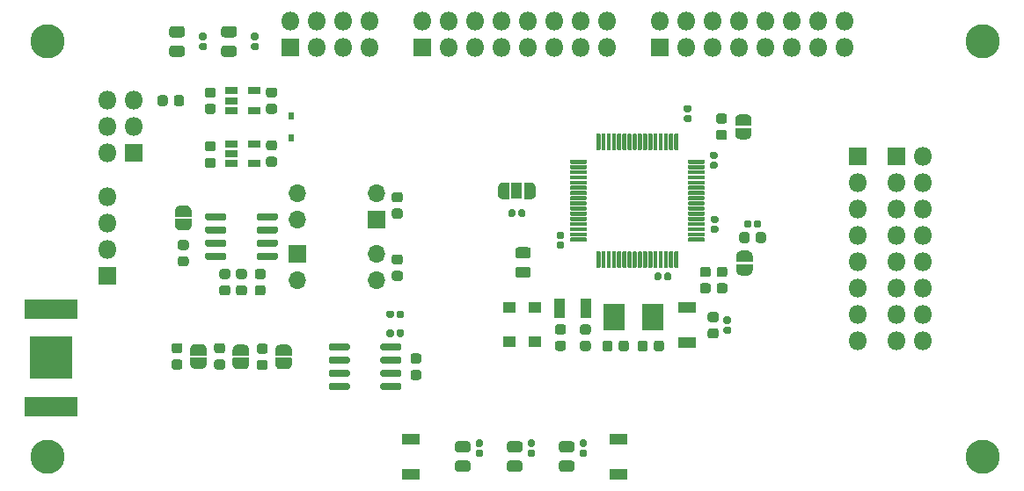
<source format=gbr>
%TF.GenerationSoftware,KiCad,Pcbnew,(5.1.6)-1*%
%TF.CreationDate,2020-11-10T11:45:45+01:00*%
%TF.ProjectId,stm32f373rct6_evaluation_board,73746d33-3266-4333-9733-726374365f65,rev?*%
%TF.SameCoordinates,Original*%
%TF.FileFunction,Soldermask,Top*%
%TF.FilePolarity,Negative*%
%FSLAX46Y46*%
G04 Gerber Fmt 4.6, Leading zero omitted, Abs format (unit mm)*
G04 Created by KiCad (PCBNEW (5.1.6)-1) date 2020-11-10 11:45:45*
%MOMM*%
%LPD*%
G01*
G04 APERTURE LIST*
%ADD10O,1.800000X1.800000*%
%ADD11R,1.800000X1.800000*%
%ADD12C,0.100000*%
%ADD13R,1.800000X1.000000*%
%ADD14R,0.550000X0.700000*%
%ADD15R,1.100000X1.900000*%
%ADD16R,2.100000X2.500000*%
%ADD17R,1.160000X0.750000*%
%ADD18R,1.100000X1.600000*%
%ADD19C,3.300000*%
%ADD20R,1.300000X1.000000*%
%ADD21R,4.060000X4.060000*%
%ADD22R,5.180000X1.880000*%
%ADD23O,1.700000X1.700000*%
%ADD24R,1.700000X1.700000*%
G04 APERTURE END LIST*
D10*
%TO.C,J7*%
X121000000Y-86000000D03*
X121000000Y-88540000D03*
X118460000Y-86000000D03*
X118460000Y-88540000D03*
X115920000Y-86000000D03*
X115920000Y-88540000D03*
X113380000Y-86000000D03*
D11*
X113380000Y-88540000D03*
%TD*%
D10*
%TO.C,J5*%
X166780000Y-86000000D03*
X166780000Y-88540000D03*
X164240000Y-86000000D03*
X164240000Y-88540000D03*
X161700000Y-86000000D03*
X161700000Y-88540000D03*
X159160000Y-86000000D03*
X159160000Y-88540000D03*
X156620000Y-86000000D03*
X156620000Y-88540000D03*
X154080000Y-86000000D03*
X154080000Y-88540000D03*
X151540000Y-86000000D03*
X151540000Y-88540000D03*
X149000000Y-86000000D03*
D11*
X149000000Y-88540000D03*
%TD*%
%TO.C,R18*%
G36*
G01*
X104802500Y-88140000D02*
X105197500Y-88140000D01*
G75*
G02*
X105370000Y-88312500I0J-172500D01*
G01*
X105370000Y-88657500D01*
G75*
G02*
X105197500Y-88830000I-172500J0D01*
G01*
X104802500Y-88830000D01*
G75*
G02*
X104630000Y-88657500I0J172500D01*
G01*
X104630000Y-88312500D01*
G75*
G02*
X104802500Y-88140000I172500J0D01*
G01*
G37*
G36*
G01*
X104802500Y-87170000D02*
X105197500Y-87170000D01*
G75*
G02*
X105370000Y-87342500I0J-172500D01*
G01*
X105370000Y-87687500D01*
G75*
G02*
X105197500Y-87860000I-172500J0D01*
G01*
X104802500Y-87860000D01*
G75*
G02*
X104630000Y-87687500I0J172500D01*
G01*
X104630000Y-87342500D01*
G75*
G02*
X104802500Y-87170000I172500J0D01*
G01*
G37*
%TD*%
%TO.C,R17*%
G36*
G01*
X109802500Y-88140000D02*
X110197500Y-88140000D01*
G75*
G02*
X110370000Y-88312500I0J-172500D01*
G01*
X110370000Y-88657500D01*
G75*
G02*
X110197500Y-88830000I-172500J0D01*
G01*
X109802500Y-88830000D01*
G75*
G02*
X109630000Y-88657500I0J172500D01*
G01*
X109630000Y-88312500D01*
G75*
G02*
X109802500Y-88140000I172500J0D01*
G01*
G37*
G36*
G01*
X109802500Y-87170000D02*
X110197500Y-87170000D01*
G75*
G02*
X110370000Y-87342500I0J-172500D01*
G01*
X110370000Y-87687500D01*
G75*
G02*
X110197500Y-87860000I-172500J0D01*
G01*
X109802500Y-87860000D01*
G75*
G02*
X109630000Y-87687500I0J172500D01*
G01*
X109630000Y-87342500D01*
G75*
G02*
X109802500Y-87170000I172500J0D01*
G01*
G37*
%TD*%
%TO.C,D8*%
G36*
G01*
X102981250Y-87600000D02*
X102018750Y-87600000D01*
G75*
G02*
X101750000Y-87331250I0J268750D01*
G01*
X101750000Y-86793750D01*
G75*
G02*
X102018750Y-86525000I268750J0D01*
G01*
X102981250Y-86525000D01*
G75*
G02*
X103250000Y-86793750I0J-268750D01*
G01*
X103250000Y-87331250D01*
G75*
G02*
X102981250Y-87600000I-268750J0D01*
G01*
G37*
G36*
G01*
X102981250Y-89475000D02*
X102018750Y-89475000D01*
G75*
G02*
X101750000Y-89206250I0J268750D01*
G01*
X101750000Y-88668750D01*
G75*
G02*
X102018750Y-88400000I268750J0D01*
G01*
X102981250Y-88400000D01*
G75*
G02*
X103250000Y-88668750I0J-268750D01*
G01*
X103250000Y-89206250D01*
G75*
G02*
X102981250Y-89475000I-268750J0D01*
G01*
G37*
%TD*%
%TO.C,D7*%
G36*
G01*
X107981250Y-87600000D02*
X107018750Y-87600000D01*
G75*
G02*
X106750000Y-87331250I0J268750D01*
G01*
X106750000Y-86793750D01*
G75*
G02*
X107018750Y-86525000I268750J0D01*
G01*
X107981250Y-86525000D01*
G75*
G02*
X108250000Y-86793750I0J-268750D01*
G01*
X108250000Y-87331250D01*
G75*
G02*
X107981250Y-87600000I-268750J0D01*
G01*
G37*
G36*
G01*
X107981250Y-89475000D02*
X107018750Y-89475000D01*
G75*
G02*
X106750000Y-89206250I0J268750D01*
G01*
X106750000Y-88668750D01*
G75*
G02*
X107018750Y-88400000I268750J0D01*
G01*
X107981250Y-88400000D01*
G75*
G02*
X108250000Y-88668750I0J-268750D01*
G01*
X108250000Y-89206250D01*
G75*
G02*
X107981250Y-89475000I-268750J0D01*
G01*
G37*
%TD*%
D12*
%TO.C,JP4*%
G36*
X156205602Y-95563889D02*
G01*
X156205602Y-95545466D01*
X156205843Y-95540565D01*
X156210653Y-95491734D01*
X156211373Y-95486881D01*
X156220945Y-95438756D01*
X156222137Y-95433995D01*
X156236381Y-95387040D01*
X156238034Y-95382421D01*
X156256811Y-95337088D01*
X156258909Y-95332651D01*
X156282040Y-95289378D01*
X156284562Y-95285171D01*
X156311822Y-95244372D01*
X156314746Y-95240430D01*
X156345874Y-95202501D01*
X156349169Y-95198866D01*
X156383866Y-95164169D01*
X156387501Y-95160874D01*
X156425430Y-95129746D01*
X156429372Y-95126822D01*
X156470171Y-95099562D01*
X156474378Y-95097040D01*
X156517651Y-95073909D01*
X156522088Y-95071811D01*
X156567421Y-95053034D01*
X156572040Y-95051381D01*
X156618995Y-95037137D01*
X156623756Y-95035945D01*
X156671881Y-95026373D01*
X156676734Y-95025653D01*
X156725565Y-95020843D01*
X156730466Y-95020602D01*
X156748889Y-95020602D01*
X156755000Y-95020000D01*
X157255000Y-95020000D01*
X157261111Y-95020602D01*
X157279534Y-95020602D01*
X157284435Y-95020843D01*
X157333266Y-95025653D01*
X157338119Y-95026373D01*
X157386244Y-95035945D01*
X157391005Y-95037137D01*
X157437960Y-95051381D01*
X157442579Y-95053034D01*
X157487912Y-95071811D01*
X157492349Y-95073909D01*
X157535622Y-95097040D01*
X157539829Y-95099562D01*
X157580628Y-95126822D01*
X157584570Y-95129746D01*
X157622499Y-95160874D01*
X157626134Y-95164169D01*
X157660831Y-95198866D01*
X157664126Y-95202501D01*
X157695254Y-95240430D01*
X157698178Y-95244372D01*
X157725438Y-95285171D01*
X157727960Y-95289378D01*
X157751091Y-95332651D01*
X157753189Y-95337088D01*
X157771966Y-95382421D01*
X157773619Y-95387040D01*
X157787863Y-95433995D01*
X157789055Y-95438756D01*
X157798627Y-95486881D01*
X157799347Y-95491734D01*
X157804157Y-95540565D01*
X157804398Y-95545466D01*
X157804398Y-95563889D01*
X157805000Y-95570000D01*
X157805000Y-96070000D01*
X157804039Y-96079755D01*
X157801194Y-96089134D01*
X157796573Y-96097779D01*
X157790355Y-96105355D01*
X157782779Y-96111573D01*
X157774134Y-96116194D01*
X157764755Y-96119039D01*
X157755000Y-96120000D01*
X156255000Y-96120000D01*
X156245245Y-96119039D01*
X156235866Y-96116194D01*
X156227221Y-96111573D01*
X156219645Y-96105355D01*
X156213427Y-96097779D01*
X156208806Y-96089134D01*
X156205961Y-96079755D01*
X156205000Y-96070000D01*
X156205000Y-95570000D01*
X156205602Y-95563889D01*
G37*
G36*
X156205961Y-96360245D02*
G01*
X156208806Y-96350866D01*
X156213427Y-96342221D01*
X156219645Y-96334645D01*
X156227221Y-96328427D01*
X156235866Y-96323806D01*
X156245245Y-96320961D01*
X156255000Y-96320000D01*
X157755000Y-96320000D01*
X157764755Y-96320961D01*
X157774134Y-96323806D01*
X157782779Y-96328427D01*
X157790355Y-96334645D01*
X157796573Y-96342221D01*
X157801194Y-96350866D01*
X157804039Y-96360245D01*
X157805000Y-96370000D01*
X157805000Y-96870000D01*
X157804398Y-96876111D01*
X157804398Y-96894534D01*
X157804157Y-96899435D01*
X157799347Y-96948266D01*
X157798627Y-96953119D01*
X157789055Y-97001244D01*
X157787863Y-97006005D01*
X157773619Y-97052960D01*
X157771966Y-97057579D01*
X157753189Y-97102912D01*
X157751091Y-97107349D01*
X157727960Y-97150622D01*
X157725438Y-97154829D01*
X157698178Y-97195628D01*
X157695254Y-97199570D01*
X157664126Y-97237499D01*
X157660831Y-97241134D01*
X157626134Y-97275831D01*
X157622499Y-97279126D01*
X157584570Y-97310254D01*
X157580628Y-97313178D01*
X157539829Y-97340438D01*
X157535622Y-97342960D01*
X157492349Y-97366091D01*
X157487912Y-97368189D01*
X157442579Y-97386966D01*
X157437960Y-97388619D01*
X157391005Y-97402863D01*
X157386244Y-97404055D01*
X157338119Y-97413627D01*
X157333266Y-97414347D01*
X157284435Y-97419157D01*
X157279534Y-97419398D01*
X157261111Y-97419398D01*
X157255000Y-97420000D01*
X156755000Y-97420000D01*
X156748889Y-97419398D01*
X156730466Y-97419398D01*
X156725565Y-97419157D01*
X156676734Y-97414347D01*
X156671881Y-97413627D01*
X156623756Y-97404055D01*
X156618995Y-97402863D01*
X156572040Y-97388619D01*
X156567421Y-97386966D01*
X156522088Y-97368189D01*
X156517651Y-97366091D01*
X156474378Y-97342960D01*
X156470171Y-97340438D01*
X156429372Y-97313178D01*
X156425430Y-97310254D01*
X156387501Y-97279126D01*
X156383866Y-97275831D01*
X156349169Y-97241134D01*
X156345874Y-97237499D01*
X156314746Y-97199570D01*
X156311822Y-97195628D01*
X156284562Y-97154829D01*
X156282040Y-97150622D01*
X156258909Y-97107349D01*
X156256811Y-97102912D01*
X156238034Y-97057579D01*
X156236381Y-97052960D01*
X156222137Y-97006005D01*
X156220945Y-97001244D01*
X156211373Y-96953119D01*
X156210653Y-96948266D01*
X156205843Y-96899435D01*
X156205602Y-96894534D01*
X156205602Y-96876111D01*
X156205000Y-96870000D01*
X156205000Y-96370000D01*
X156205961Y-96360245D01*
G37*
%TD*%
%TO.C,JP3*%
G36*
X156300602Y-108693889D02*
G01*
X156300602Y-108675466D01*
X156300843Y-108670565D01*
X156305653Y-108621734D01*
X156306373Y-108616881D01*
X156315945Y-108568756D01*
X156317137Y-108563995D01*
X156331381Y-108517040D01*
X156333034Y-108512421D01*
X156351811Y-108467088D01*
X156353909Y-108462651D01*
X156377040Y-108419378D01*
X156379562Y-108415171D01*
X156406822Y-108374372D01*
X156409746Y-108370430D01*
X156440874Y-108332501D01*
X156444169Y-108328866D01*
X156478866Y-108294169D01*
X156482501Y-108290874D01*
X156520430Y-108259746D01*
X156524372Y-108256822D01*
X156565171Y-108229562D01*
X156569378Y-108227040D01*
X156612651Y-108203909D01*
X156617088Y-108201811D01*
X156662421Y-108183034D01*
X156667040Y-108181381D01*
X156713995Y-108167137D01*
X156718756Y-108165945D01*
X156766881Y-108156373D01*
X156771734Y-108155653D01*
X156820565Y-108150843D01*
X156825466Y-108150602D01*
X156843889Y-108150602D01*
X156850000Y-108150000D01*
X157350000Y-108150000D01*
X157356111Y-108150602D01*
X157374534Y-108150602D01*
X157379435Y-108150843D01*
X157428266Y-108155653D01*
X157433119Y-108156373D01*
X157481244Y-108165945D01*
X157486005Y-108167137D01*
X157532960Y-108181381D01*
X157537579Y-108183034D01*
X157582912Y-108201811D01*
X157587349Y-108203909D01*
X157630622Y-108227040D01*
X157634829Y-108229562D01*
X157675628Y-108256822D01*
X157679570Y-108259746D01*
X157717499Y-108290874D01*
X157721134Y-108294169D01*
X157755831Y-108328866D01*
X157759126Y-108332501D01*
X157790254Y-108370430D01*
X157793178Y-108374372D01*
X157820438Y-108415171D01*
X157822960Y-108419378D01*
X157846091Y-108462651D01*
X157848189Y-108467088D01*
X157866966Y-108512421D01*
X157868619Y-108517040D01*
X157882863Y-108563995D01*
X157884055Y-108568756D01*
X157893627Y-108616881D01*
X157894347Y-108621734D01*
X157899157Y-108670565D01*
X157899398Y-108675466D01*
X157899398Y-108693889D01*
X157900000Y-108700000D01*
X157900000Y-109200000D01*
X157899039Y-109209755D01*
X157896194Y-109219134D01*
X157891573Y-109227779D01*
X157885355Y-109235355D01*
X157877779Y-109241573D01*
X157869134Y-109246194D01*
X157859755Y-109249039D01*
X157850000Y-109250000D01*
X156350000Y-109250000D01*
X156340245Y-109249039D01*
X156330866Y-109246194D01*
X156322221Y-109241573D01*
X156314645Y-109235355D01*
X156308427Y-109227779D01*
X156303806Y-109219134D01*
X156300961Y-109209755D01*
X156300000Y-109200000D01*
X156300000Y-108700000D01*
X156300602Y-108693889D01*
G37*
G36*
X156300961Y-109490245D02*
G01*
X156303806Y-109480866D01*
X156308427Y-109472221D01*
X156314645Y-109464645D01*
X156322221Y-109458427D01*
X156330866Y-109453806D01*
X156340245Y-109450961D01*
X156350000Y-109450000D01*
X157850000Y-109450000D01*
X157859755Y-109450961D01*
X157869134Y-109453806D01*
X157877779Y-109458427D01*
X157885355Y-109464645D01*
X157891573Y-109472221D01*
X157896194Y-109480866D01*
X157899039Y-109490245D01*
X157900000Y-109500000D01*
X157900000Y-110000000D01*
X157899398Y-110006111D01*
X157899398Y-110024534D01*
X157899157Y-110029435D01*
X157894347Y-110078266D01*
X157893627Y-110083119D01*
X157884055Y-110131244D01*
X157882863Y-110136005D01*
X157868619Y-110182960D01*
X157866966Y-110187579D01*
X157848189Y-110232912D01*
X157846091Y-110237349D01*
X157822960Y-110280622D01*
X157820438Y-110284829D01*
X157793178Y-110325628D01*
X157790254Y-110329570D01*
X157759126Y-110367499D01*
X157755831Y-110371134D01*
X157721134Y-110405831D01*
X157717499Y-110409126D01*
X157679570Y-110440254D01*
X157675628Y-110443178D01*
X157634829Y-110470438D01*
X157630622Y-110472960D01*
X157587349Y-110496091D01*
X157582912Y-110498189D01*
X157537579Y-110516966D01*
X157532960Y-110518619D01*
X157486005Y-110532863D01*
X157481244Y-110534055D01*
X157433119Y-110543627D01*
X157428266Y-110544347D01*
X157379435Y-110549157D01*
X157374534Y-110549398D01*
X157356111Y-110549398D01*
X157350000Y-110550000D01*
X156850000Y-110550000D01*
X156843889Y-110549398D01*
X156825466Y-110549398D01*
X156820565Y-110549157D01*
X156771734Y-110544347D01*
X156766881Y-110543627D01*
X156718756Y-110534055D01*
X156713995Y-110532863D01*
X156667040Y-110518619D01*
X156662421Y-110516966D01*
X156617088Y-110498189D01*
X156612651Y-110496091D01*
X156569378Y-110472960D01*
X156565171Y-110470438D01*
X156524372Y-110443178D01*
X156520430Y-110440254D01*
X156482501Y-110409126D01*
X156478866Y-110405831D01*
X156444169Y-110371134D01*
X156440874Y-110367499D01*
X156409746Y-110329570D01*
X156406822Y-110325628D01*
X156379562Y-110284829D01*
X156377040Y-110280622D01*
X156353909Y-110237349D01*
X156351811Y-110232912D01*
X156333034Y-110187579D01*
X156331381Y-110182960D01*
X156317137Y-110136005D01*
X156315945Y-110131244D01*
X156306373Y-110083119D01*
X156305653Y-110078266D01*
X156300843Y-110029435D01*
X156300602Y-110024534D01*
X156300602Y-110006111D01*
X156300000Y-110000000D01*
X156300000Y-109500000D01*
X156300961Y-109490245D01*
G37*
%TD*%
%TO.C,C15*%
G36*
G01*
X151452500Y-95090000D02*
X151847500Y-95090000D01*
G75*
G02*
X152020000Y-95262500I0J-172500D01*
G01*
X152020000Y-95607500D01*
G75*
G02*
X151847500Y-95780000I-172500J0D01*
G01*
X151452500Y-95780000D01*
G75*
G02*
X151280000Y-95607500I0J172500D01*
G01*
X151280000Y-95262500D01*
G75*
G02*
X151452500Y-95090000I172500J0D01*
G01*
G37*
G36*
G01*
X151452500Y-94120000D02*
X151847500Y-94120000D01*
G75*
G02*
X152020000Y-94292500I0J-172500D01*
G01*
X152020000Y-94637500D01*
G75*
G02*
X151847500Y-94810000I-172500J0D01*
G01*
X151452500Y-94810000D01*
G75*
G02*
X151280000Y-94637500I0J172500D01*
G01*
X151280000Y-94292500D01*
G75*
G02*
X151452500Y-94120000I172500J0D01*
G01*
G37*
%TD*%
D10*
%TO.C,J1*%
X95800000Y-103000000D03*
X95800000Y-105540000D03*
X95800000Y-108080000D03*
D11*
X95800000Y-110620000D03*
%TD*%
D13*
%TO.C,SW2*%
X145000000Y-126300000D03*
X145000000Y-129700000D03*
%TD*%
%TO.C,SW1*%
X125000000Y-126300000D03*
X125000000Y-129700000D03*
%TD*%
%TO.C,R6*%
G36*
G01*
X123360000Y-114102500D02*
X123360000Y-114497500D01*
G75*
G02*
X123187500Y-114670000I-172500J0D01*
G01*
X122842500Y-114670000D01*
G75*
G02*
X122670000Y-114497500I0J172500D01*
G01*
X122670000Y-114102500D01*
G75*
G02*
X122842500Y-113930000I172500J0D01*
G01*
X123187500Y-113930000D01*
G75*
G02*
X123360000Y-114102500I0J-172500D01*
G01*
G37*
G36*
G01*
X124330000Y-114102500D02*
X124330000Y-114497500D01*
G75*
G02*
X124157500Y-114670000I-172500J0D01*
G01*
X123812500Y-114670000D01*
G75*
G02*
X123640000Y-114497500I0J172500D01*
G01*
X123640000Y-114102500D01*
G75*
G02*
X123812500Y-113930000I172500J0D01*
G01*
X124157500Y-113930000D01*
G75*
G02*
X124330000Y-114102500I0J-172500D01*
G01*
G37*
%TD*%
%TO.C,R5*%
G36*
G01*
X123360000Y-115902500D02*
X123360000Y-116297500D01*
G75*
G02*
X123187500Y-116470000I-172500J0D01*
G01*
X122842500Y-116470000D01*
G75*
G02*
X122670000Y-116297500I0J172500D01*
G01*
X122670000Y-115902500D01*
G75*
G02*
X122842500Y-115730000I172500J0D01*
G01*
X123187500Y-115730000D01*
G75*
G02*
X123360000Y-115902500I0J-172500D01*
G01*
G37*
G36*
G01*
X124330000Y-115902500D02*
X124330000Y-116297500D01*
G75*
G02*
X124157500Y-116470000I-172500J0D01*
G01*
X123812500Y-116470000D01*
G75*
G02*
X123640000Y-116297500I0J172500D01*
G01*
X123640000Y-115902500D01*
G75*
G02*
X123812500Y-115730000I172500J0D01*
G01*
X124157500Y-115730000D01*
G75*
G02*
X124330000Y-115902500I0J-172500D01*
G01*
G37*
%TD*%
%TO.C,R4*%
G36*
G01*
X141797500Y-127060000D02*
X141402500Y-127060000D01*
G75*
G02*
X141230000Y-126887500I0J172500D01*
G01*
X141230000Y-126542500D01*
G75*
G02*
X141402500Y-126370000I172500J0D01*
G01*
X141797500Y-126370000D01*
G75*
G02*
X141970000Y-126542500I0J-172500D01*
G01*
X141970000Y-126887500D01*
G75*
G02*
X141797500Y-127060000I-172500J0D01*
G01*
G37*
G36*
G01*
X141797500Y-128030000D02*
X141402500Y-128030000D01*
G75*
G02*
X141230000Y-127857500I0J172500D01*
G01*
X141230000Y-127512500D01*
G75*
G02*
X141402500Y-127340000I172500J0D01*
G01*
X141797500Y-127340000D01*
G75*
G02*
X141970000Y-127512500I0J-172500D01*
G01*
X141970000Y-127857500D01*
G75*
G02*
X141797500Y-128030000I-172500J0D01*
G01*
G37*
%TD*%
%TO.C,R3*%
G36*
G01*
X136797500Y-127060000D02*
X136402500Y-127060000D01*
G75*
G02*
X136230000Y-126887500I0J172500D01*
G01*
X136230000Y-126542500D01*
G75*
G02*
X136402500Y-126370000I172500J0D01*
G01*
X136797500Y-126370000D01*
G75*
G02*
X136970000Y-126542500I0J-172500D01*
G01*
X136970000Y-126887500D01*
G75*
G02*
X136797500Y-127060000I-172500J0D01*
G01*
G37*
G36*
G01*
X136797500Y-128030000D02*
X136402500Y-128030000D01*
G75*
G02*
X136230000Y-127857500I0J172500D01*
G01*
X136230000Y-127512500D01*
G75*
G02*
X136402500Y-127340000I172500J0D01*
G01*
X136797500Y-127340000D01*
G75*
G02*
X136970000Y-127512500I0J-172500D01*
G01*
X136970000Y-127857500D01*
G75*
G02*
X136797500Y-128030000I-172500J0D01*
G01*
G37*
%TD*%
%TO.C,R2*%
G36*
G01*
X131797500Y-127060000D02*
X131402500Y-127060000D01*
G75*
G02*
X131230000Y-126887500I0J172500D01*
G01*
X131230000Y-126542500D01*
G75*
G02*
X131402500Y-126370000I172500J0D01*
G01*
X131797500Y-126370000D01*
G75*
G02*
X131970000Y-126542500I0J-172500D01*
G01*
X131970000Y-126887500D01*
G75*
G02*
X131797500Y-127060000I-172500J0D01*
G01*
G37*
G36*
G01*
X131797500Y-128030000D02*
X131402500Y-128030000D01*
G75*
G02*
X131230000Y-127857500I0J172500D01*
G01*
X131230000Y-127512500D01*
G75*
G02*
X131402500Y-127340000I172500J0D01*
G01*
X131797500Y-127340000D01*
G75*
G02*
X131970000Y-127512500I0J-172500D01*
G01*
X131970000Y-127857500D01*
G75*
G02*
X131797500Y-128030000I-172500J0D01*
G01*
G37*
%TD*%
%TO.C,D5*%
G36*
G01*
X139518750Y-128400000D02*
X140481250Y-128400000D01*
G75*
G02*
X140750000Y-128668750I0J-268750D01*
G01*
X140750000Y-129206250D01*
G75*
G02*
X140481250Y-129475000I-268750J0D01*
G01*
X139518750Y-129475000D01*
G75*
G02*
X139250000Y-129206250I0J268750D01*
G01*
X139250000Y-128668750D01*
G75*
G02*
X139518750Y-128400000I268750J0D01*
G01*
G37*
G36*
G01*
X139518750Y-126525000D02*
X140481250Y-126525000D01*
G75*
G02*
X140750000Y-126793750I0J-268750D01*
G01*
X140750000Y-127331250D01*
G75*
G02*
X140481250Y-127600000I-268750J0D01*
G01*
X139518750Y-127600000D01*
G75*
G02*
X139250000Y-127331250I0J268750D01*
G01*
X139250000Y-126793750D01*
G75*
G02*
X139518750Y-126525000I268750J0D01*
G01*
G37*
%TD*%
%TO.C,D4*%
G36*
G01*
X134518750Y-128400000D02*
X135481250Y-128400000D01*
G75*
G02*
X135750000Y-128668750I0J-268750D01*
G01*
X135750000Y-129206250D01*
G75*
G02*
X135481250Y-129475000I-268750J0D01*
G01*
X134518750Y-129475000D01*
G75*
G02*
X134250000Y-129206250I0J268750D01*
G01*
X134250000Y-128668750D01*
G75*
G02*
X134518750Y-128400000I268750J0D01*
G01*
G37*
G36*
G01*
X134518750Y-126525000D02*
X135481250Y-126525000D01*
G75*
G02*
X135750000Y-126793750I0J-268750D01*
G01*
X135750000Y-127331250D01*
G75*
G02*
X135481250Y-127600000I-268750J0D01*
G01*
X134518750Y-127600000D01*
G75*
G02*
X134250000Y-127331250I0J268750D01*
G01*
X134250000Y-126793750D01*
G75*
G02*
X134518750Y-126525000I268750J0D01*
G01*
G37*
%TD*%
%TO.C,D3*%
G36*
G01*
X129518750Y-128400000D02*
X130481250Y-128400000D01*
G75*
G02*
X130750000Y-128668750I0J-268750D01*
G01*
X130750000Y-129206250D01*
G75*
G02*
X130481250Y-129475000I-268750J0D01*
G01*
X129518750Y-129475000D01*
G75*
G02*
X129250000Y-129206250I0J268750D01*
G01*
X129250000Y-128668750D01*
G75*
G02*
X129518750Y-128400000I268750J0D01*
G01*
G37*
G36*
G01*
X129518750Y-126525000D02*
X130481250Y-126525000D01*
G75*
G02*
X130750000Y-126793750I0J-268750D01*
G01*
X130750000Y-127331250D01*
G75*
G02*
X130481250Y-127600000I-268750J0D01*
G01*
X129518750Y-127600000D01*
G75*
G02*
X129250000Y-127331250I0J268750D01*
G01*
X129250000Y-126793750D01*
G75*
G02*
X129518750Y-126525000I268750J0D01*
G01*
G37*
%TD*%
%TO.C,R12*%
G36*
G01*
X135340000Y-104747500D02*
X135340000Y-104352500D01*
G75*
G02*
X135512500Y-104180000I172500J0D01*
G01*
X135857500Y-104180000D01*
G75*
G02*
X136030000Y-104352500I0J-172500D01*
G01*
X136030000Y-104747500D01*
G75*
G02*
X135857500Y-104920000I-172500J0D01*
G01*
X135512500Y-104920000D01*
G75*
G02*
X135340000Y-104747500I0J172500D01*
G01*
G37*
G36*
G01*
X134370000Y-104747500D02*
X134370000Y-104352500D01*
G75*
G02*
X134542500Y-104180000I172500J0D01*
G01*
X134887500Y-104180000D01*
G75*
G02*
X135060000Y-104352500I0J-172500D01*
G01*
X135060000Y-104747500D01*
G75*
G02*
X134887500Y-104920000I-172500J0D01*
G01*
X134542500Y-104920000D01*
G75*
G02*
X134370000Y-104747500I0J172500D01*
G01*
G37*
%TD*%
%TO.C,R13*%
G36*
G01*
X155252500Y-115490000D02*
X155647500Y-115490000D01*
G75*
G02*
X155820000Y-115662500I0J-172500D01*
G01*
X155820000Y-116007500D01*
G75*
G02*
X155647500Y-116180000I-172500J0D01*
G01*
X155252500Y-116180000D01*
G75*
G02*
X155080000Y-116007500I0J172500D01*
G01*
X155080000Y-115662500D01*
G75*
G02*
X155252500Y-115490000I172500J0D01*
G01*
G37*
G36*
G01*
X155252500Y-114520000D02*
X155647500Y-114520000D01*
G75*
G02*
X155820000Y-114692500I0J-172500D01*
G01*
X155820000Y-115037500D01*
G75*
G02*
X155647500Y-115210000I-172500J0D01*
G01*
X155252500Y-115210000D01*
G75*
G02*
X155080000Y-115037500I0J172500D01*
G01*
X155080000Y-114692500D01*
G75*
G02*
X155252500Y-114520000I172500J0D01*
G01*
G37*
%TD*%
D14*
%TO.C,D6*%
X113500000Y-97250000D03*
X113500000Y-95150000D03*
%TD*%
D13*
%TO.C,SW3*%
X151600000Y-117050000D03*
X151600000Y-113650000D03*
%TD*%
%TO.C,C20*%
G36*
G01*
X139597500Y-107010000D02*
X139202500Y-107010000D01*
G75*
G02*
X139030000Y-106837500I0J172500D01*
G01*
X139030000Y-106492500D01*
G75*
G02*
X139202500Y-106320000I172500J0D01*
G01*
X139597500Y-106320000D01*
G75*
G02*
X139770000Y-106492500I0J-172500D01*
G01*
X139770000Y-106837500D01*
G75*
G02*
X139597500Y-107010000I-172500J0D01*
G01*
G37*
G36*
G01*
X139597500Y-107980000D02*
X139202500Y-107980000D01*
G75*
G02*
X139030000Y-107807500I0J172500D01*
G01*
X139030000Y-107462500D01*
G75*
G02*
X139202500Y-107290000I172500J0D01*
G01*
X139597500Y-107290000D01*
G75*
G02*
X139770000Y-107462500I0J-172500D01*
G01*
X139770000Y-107807500D01*
G75*
G02*
X139597500Y-107980000I-172500J0D01*
G01*
G37*
%TD*%
%TO.C,C19*%
G36*
G01*
X154422500Y-105485000D02*
X154027500Y-105485000D01*
G75*
G02*
X153855000Y-105312500I0J172500D01*
G01*
X153855000Y-104967500D01*
G75*
G02*
X154027500Y-104795000I172500J0D01*
G01*
X154422500Y-104795000D01*
G75*
G02*
X154595000Y-104967500I0J-172500D01*
G01*
X154595000Y-105312500D01*
G75*
G02*
X154422500Y-105485000I-172500J0D01*
G01*
G37*
G36*
G01*
X154422500Y-106455000D02*
X154027500Y-106455000D01*
G75*
G02*
X153855000Y-106282500I0J172500D01*
G01*
X153855000Y-105937500D01*
G75*
G02*
X154027500Y-105765000I172500J0D01*
G01*
X154422500Y-105765000D01*
G75*
G02*
X154595000Y-105937500I0J-172500D01*
G01*
X154595000Y-106282500D01*
G75*
G02*
X154422500Y-106455000I-172500J0D01*
G01*
G37*
%TD*%
%TO.C,C17*%
G36*
G01*
X158040000Y-105797500D02*
X158040000Y-105402500D01*
G75*
G02*
X158212500Y-105230000I172500J0D01*
G01*
X158557500Y-105230000D01*
G75*
G02*
X158730000Y-105402500I0J-172500D01*
G01*
X158730000Y-105797500D01*
G75*
G02*
X158557500Y-105970000I-172500J0D01*
G01*
X158212500Y-105970000D01*
G75*
G02*
X158040000Y-105797500I0J172500D01*
G01*
G37*
G36*
G01*
X157070000Y-105797500D02*
X157070000Y-105402500D01*
G75*
G02*
X157242500Y-105230000I172500J0D01*
G01*
X157587500Y-105230000D01*
G75*
G02*
X157760000Y-105402500I0J-172500D01*
G01*
X157760000Y-105797500D01*
G75*
G02*
X157587500Y-105970000I-172500J0D01*
G01*
X157242500Y-105970000D01*
G75*
G02*
X157070000Y-105797500I0J172500D01*
G01*
G37*
%TD*%
%TO.C,C13*%
G36*
G01*
X153952500Y-99590000D02*
X154347500Y-99590000D01*
G75*
G02*
X154520000Y-99762500I0J-172500D01*
G01*
X154520000Y-100107500D01*
G75*
G02*
X154347500Y-100280000I-172500J0D01*
G01*
X153952500Y-100280000D01*
G75*
G02*
X153780000Y-100107500I0J172500D01*
G01*
X153780000Y-99762500D01*
G75*
G02*
X153952500Y-99590000I172500J0D01*
G01*
G37*
G36*
G01*
X153952500Y-98620000D02*
X154347500Y-98620000D01*
G75*
G02*
X154520000Y-98792500I0J-172500D01*
G01*
X154520000Y-99137500D01*
G75*
G02*
X154347500Y-99310000I-172500J0D01*
G01*
X153952500Y-99310000D01*
G75*
G02*
X153780000Y-99137500I0J172500D01*
G01*
X153780000Y-98792500D01*
G75*
G02*
X153952500Y-98620000I172500J0D01*
G01*
G37*
%TD*%
%TO.C,C6*%
G36*
G01*
X149110000Y-110452500D02*
X149110000Y-110847500D01*
G75*
G02*
X148937500Y-111020000I-172500J0D01*
G01*
X148592500Y-111020000D01*
G75*
G02*
X148420000Y-110847500I0J172500D01*
G01*
X148420000Y-110452500D01*
G75*
G02*
X148592500Y-110280000I172500J0D01*
G01*
X148937500Y-110280000D01*
G75*
G02*
X149110000Y-110452500I0J-172500D01*
G01*
G37*
G36*
G01*
X150080000Y-110452500D02*
X150080000Y-110847500D01*
G75*
G02*
X149907500Y-111020000I-172500J0D01*
G01*
X149562500Y-111020000D01*
G75*
G02*
X149390000Y-110847500I0J172500D01*
G01*
X149390000Y-110452500D01*
G75*
G02*
X149562500Y-110280000I172500J0D01*
G01*
X149907500Y-110280000D01*
G75*
G02*
X150080000Y-110452500I0J-172500D01*
G01*
G37*
%TD*%
%TO.C,U7*%
G36*
G01*
X122050000Y-117620000D02*
X122050000Y-117270000D01*
G75*
G02*
X122225000Y-117095000I175000J0D01*
G01*
X123925000Y-117095000D01*
G75*
G02*
X124100000Y-117270000I0J-175000D01*
G01*
X124100000Y-117620000D01*
G75*
G02*
X123925000Y-117795000I-175000J0D01*
G01*
X122225000Y-117795000D01*
G75*
G02*
X122050000Y-117620000I0J175000D01*
G01*
G37*
G36*
G01*
X122050000Y-118890000D02*
X122050000Y-118540000D01*
G75*
G02*
X122225000Y-118365000I175000J0D01*
G01*
X123925000Y-118365000D01*
G75*
G02*
X124100000Y-118540000I0J-175000D01*
G01*
X124100000Y-118890000D01*
G75*
G02*
X123925000Y-119065000I-175000J0D01*
G01*
X122225000Y-119065000D01*
G75*
G02*
X122050000Y-118890000I0J175000D01*
G01*
G37*
G36*
G01*
X122050000Y-120160000D02*
X122050000Y-119810000D01*
G75*
G02*
X122225000Y-119635000I175000J0D01*
G01*
X123925000Y-119635000D01*
G75*
G02*
X124100000Y-119810000I0J-175000D01*
G01*
X124100000Y-120160000D01*
G75*
G02*
X123925000Y-120335000I-175000J0D01*
G01*
X122225000Y-120335000D01*
G75*
G02*
X122050000Y-120160000I0J175000D01*
G01*
G37*
G36*
G01*
X122050000Y-121430000D02*
X122050000Y-121080000D01*
G75*
G02*
X122225000Y-120905000I175000J0D01*
G01*
X123925000Y-120905000D01*
G75*
G02*
X124100000Y-121080000I0J-175000D01*
G01*
X124100000Y-121430000D01*
G75*
G02*
X123925000Y-121605000I-175000J0D01*
G01*
X122225000Y-121605000D01*
G75*
G02*
X122050000Y-121430000I0J175000D01*
G01*
G37*
G36*
G01*
X117100000Y-121430000D02*
X117100000Y-121080000D01*
G75*
G02*
X117275000Y-120905000I175000J0D01*
G01*
X118975000Y-120905000D01*
G75*
G02*
X119150000Y-121080000I0J-175000D01*
G01*
X119150000Y-121430000D01*
G75*
G02*
X118975000Y-121605000I-175000J0D01*
G01*
X117275000Y-121605000D01*
G75*
G02*
X117100000Y-121430000I0J175000D01*
G01*
G37*
G36*
G01*
X117100000Y-120160000D02*
X117100000Y-119810000D01*
G75*
G02*
X117275000Y-119635000I175000J0D01*
G01*
X118975000Y-119635000D01*
G75*
G02*
X119150000Y-119810000I0J-175000D01*
G01*
X119150000Y-120160000D01*
G75*
G02*
X118975000Y-120335000I-175000J0D01*
G01*
X117275000Y-120335000D01*
G75*
G02*
X117100000Y-120160000I0J175000D01*
G01*
G37*
G36*
G01*
X117100000Y-118890000D02*
X117100000Y-118540000D01*
G75*
G02*
X117275000Y-118365000I175000J0D01*
G01*
X118975000Y-118365000D01*
G75*
G02*
X119150000Y-118540000I0J-175000D01*
G01*
X119150000Y-118890000D01*
G75*
G02*
X118975000Y-119065000I-175000J0D01*
G01*
X117275000Y-119065000D01*
G75*
G02*
X117100000Y-118890000I0J175000D01*
G01*
G37*
G36*
G01*
X117100000Y-117620000D02*
X117100000Y-117270000D01*
G75*
G02*
X117275000Y-117095000I175000J0D01*
G01*
X118975000Y-117095000D01*
G75*
G02*
X119150000Y-117270000I0J-175000D01*
G01*
X119150000Y-117620000D01*
G75*
G02*
X118975000Y-117795000I-175000J0D01*
G01*
X117275000Y-117795000D01*
G75*
G02*
X117100000Y-117620000I0J175000D01*
G01*
G37*
%TD*%
%TO.C,R16*%
G36*
G01*
X102781250Y-118050000D02*
X102218750Y-118050000D01*
G75*
G02*
X101975000Y-117806250I0J243750D01*
G01*
X101975000Y-117318750D01*
G75*
G02*
X102218750Y-117075000I243750J0D01*
G01*
X102781250Y-117075000D01*
G75*
G02*
X103025000Y-117318750I0J-243750D01*
G01*
X103025000Y-117806250D01*
G75*
G02*
X102781250Y-118050000I-243750J0D01*
G01*
G37*
G36*
G01*
X102781250Y-119625000D02*
X102218750Y-119625000D01*
G75*
G02*
X101975000Y-119381250I0J243750D01*
G01*
X101975000Y-118893750D01*
G75*
G02*
X102218750Y-118650000I243750J0D01*
G01*
X102781250Y-118650000D01*
G75*
G02*
X103025000Y-118893750I0J-243750D01*
G01*
X103025000Y-119381250D01*
G75*
G02*
X102781250Y-119625000I-243750J0D01*
G01*
G37*
%TD*%
%TO.C,R15*%
G36*
G01*
X106881250Y-118050000D02*
X106318750Y-118050000D01*
G75*
G02*
X106075000Y-117806250I0J243750D01*
G01*
X106075000Y-117318750D01*
G75*
G02*
X106318750Y-117075000I243750J0D01*
G01*
X106881250Y-117075000D01*
G75*
G02*
X107125000Y-117318750I0J-243750D01*
G01*
X107125000Y-117806250D01*
G75*
G02*
X106881250Y-118050000I-243750J0D01*
G01*
G37*
G36*
G01*
X106881250Y-119625000D02*
X106318750Y-119625000D01*
G75*
G02*
X106075000Y-119381250I0J243750D01*
G01*
X106075000Y-118893750D01*
G75*
G02*
X106318750Y-118650000I243750J0D01*
G01*
X106881250Y-118650000D01*
G75*
G02*
X107125000Y-118893750I0J-243750D01*
G01*
X107125000Y-119381250D01*
G75*
G02*
X106881250Y-119625000I-243750J0D01*
G01*
G37*
%TD*%
%TO.C,R14*%
G36*
G01*
X110981250Y-118100000D02*
X110418750Y-118100000D01*
G75*
G02*
X110175000Y-117856250I0J243750D01*
G01*
X110175000Y-117368750D01*
G75*
G02*
X110418750Y-117125000I243750J0D01*
G01*
X110981250Y-117125000D01*
G75*
G02*
X111225000Y-117368750I0J-243750D01*
G01*
X111225000Y-117856250D01*
G75*
G02*
X110981250Y-118100000I-243750J0D01*
G01*
G37*
G36*
G01*
X110981250Y-119675000D02*
X110418750Y-119675000D01*
G75*
G02*
X110175000Y-119431250I0J243750D01*
G01*
X110175000Y-118943750D01*
G75*
G02*
X110418750Y-118700000I243750J0D01*
G01*
X110981250Y-118700000D01*
G75*
G02*
X111225000Y-118943750I0J-243750D01*
G01*
X111225000Y-119431250D01*
G75*
G02*
X110981250Y-119675000I-243750J0D01*
G01*
G37*
%TD*%
D12*
%TO.C,JP7*%
G36*
X103750602Y-117693889D02*
G01*
X103750602Y-117675466D01*
X103750843Y-117670565D01*
X103755653Y-117621734D01*
X103756373Y-117616881D01*
X103765945Y-117568756D01*
X103767137Y-117563995D01*
X103781381Y-117517040D01*
X103783034Y-117512421D01*
X103801811Y-117467088D01*
X103803909Y-117462651D01*
X103827040Y-117419378D01*
X103829562Y-117415171D01*
X103856822Y-117374372D01*
X103859746Y-117370430D01*
X103890874Y-117332501D01*
X103894169Y-117328866D01*
X103928866Y-117294169D01*
X103932501Y-117290874D01*
X103970430Y-117259746D01*
X103974372Y-117256822D01*
X104015171Y-117229562D01*
X104019378Y-117227040D01*
X104062651Y-117203909D01*
X104067088Y-117201811D01*
X104112421Y-117183034D01*
X104117040Y-117181381D01*
X104163995Y-117167137D01*
X104168756Y-117165945D01*
X104216881Y-117156373D01*
X104221734Y-117155653D01*
X104270565Y-117150843D01*
X104275466Y-117150602D01*
X104293889Y-117150602D01*
X104300000Y-117150000D01*
X104800000Y-117150000D01*
X104806111Y-117150602D01*
X104824534Y-117150602D01*
X104829435Y-117150843D01*
X104878266Y-117155653D01*
X104883119Y-117156373D01*
X104931244Y-117165945D01*
X104936005Y-117167137D01*
X104982960Y-117181381D01*
X104987579Y-117183034D01*
X105032912Y-117201811D01*
X105037349Y-117203909D01*
X105080622Y-117227040D01*
X105084829Y-117229562D01*
X105125628Y-117256822D01*
X105129570Y-117259746D01*
X105167499Y-117290874D01*
X105171134Y-117294169D01*
X105205831Y-117328866D01*
X105209126Y-117332501D01*
X105240254Y-117370430D01*
X105243178Y-117374372D01*
X105270438Y-117415171D01*
X105272960Y-117419378D01*
X105296091Y-117462651D01*
X105298189Y-117467088D01*
X105316966Y-117512421D01*
X105318619Y-117517040D01*
X105332863Y-117563995D01*
X105334055Y-117568756D01*
X105343627Y-117616881D01*
X105344347Y-117621734D01*
X105349157Y-117670565D01*
X105349398Y-117675466D01*
X105349398Y-117693889D01*
X105350000Y-117700000D01*
X105350000Y-118200000D01*
X105349039Y-118209755D01*
X105346194Y-118219134D01*
X105341573Y-118227779D01*
X105335355Y-118235355D01*
X105327779Y-118241573D01*
X105319134Y-118246194D01*
X105309755Y-118249039D01*
X105300000Y-118250000D01*
X103800000Y-118250000D01*
X103790245Y-118249039D01*
X103780866Y-118246194D01*
X103772221Y-118241573D01*
X103764645Y-118235355D01*
X103758427Y-118227779D01*
X103753806Y-118219134D01*
X103750961Y-118209755D01*
X103750000Y-118200000D01*
X103750000Y-117700000D01*
X103750602Y-117693889D01*
G37*
G36*
X103750961Y-118490245D02*
G01*
X103753806Y-118480866D01*
X103758427Y-118472221D01*
X103764645Y-118464645D01*
X103772221Y-118458427D01*
X103780866Y-118453806D01*
X103790245Y-118450961D01*
X103800000Y-118450000D01*
X105300000Y-118450000D01*
X105309755Y-118450961D01*
X105319134Y-118453806D01*
X105327779Y-118458427D01*
X105335355Y-118464645D01*
X105341573Y-118472221D01*
X105346194Y-118480866D01*
X105349039Y-118490245D01*
X105350000Y-118500000D01*
X105350000Y-119000000D01*
X105349398Y-119006111D01*
X105349398Y-119024534D01*
X105349157Y-119029435D01*
X105344347Y-119078266D01*
X105343627Y-119083119D01*
X105334055Y-119131244D01*
X105332863Y-119136005D01*
X105318619Y-119182960D01*
X105316966Y-119187579D01*
X105298189Y-119232912D01*
X105296091Y-119237349D01*
X105272960Y-119280622D01*
X105270438Y-119284829D01*
X105243178Y-119325628D01*
X105240254Y-119329570D01*
X105209126Y-119367499D01*
X105205831Y-119371134D01*
X105171134Y-119405831D01*
X105167499Y-119409126D01*
X105129570Y-119440254D01*
X105125628Y-119443178D01*
X105084829Y-119470438D01*
X105080622Y-119472960D01*
X105037349Y-119496091D01*
X105032912Y-119498189D01*
X104987579Y-119516966D01*
X104982960Y-119518619D01*
X104936005Y-119532863D01*
X104931244Y-119534055D01*
X104883119Y-119543627D01*
X104878266Y-119544347D01*
X104829435Y-119549157D01*
X104824534Y-119549398D01*
X104806111Y-119549398D01*
X104800000Y-119550000D01*
X104300000Y-119550000D01*
X104293889Y-119549398D01*
X104275466Y-119549398D01*
X104270565Y-119549157D01*
X104221734Y-119544347D01*
X104216881Y-119543627D01*
X104168756Y-119534055D01*
X104163995Y-119532863D01*
X104117040Y-119518619D01*
X104112421Y-119516966D01*
X104067088Y-119498189D01*
X104062651Y-119496091D01*
X104019378Y-119472960D01*
X104015171Y-119470438D01*
X103974372Y-119443178D01*
X103970430Y-119440254D01*
X103932501Y-119409126D01*
X103928866Y-119405831D01*
X103894169Y-119371134D01*
X103890874Y-119367499D01*
X103859746Y-119329570D01*
X103856822Y-119325628D01*
X103829562Y-119284829D01*
X103827040Y-119280622D01*
X103803909Y-119237349D01*
X103801811Y-119232912D01*
X103783034Y-119187579D01*
X103781381Y-119182960D01*
X103767137Y-119136005D01*
X103765945Y-119131244D01*
X103756373Y-119083119D01*
X103755653Y-119078266D01*
X103750843Y-119029435D01*
X103750602Y-119024534D01*
X103750602Y-119006111D01*
X103750000Y-119000000D01*
X103750000Y-118500000D01*
X103750961Y-118490245D01*
G37*
%TD*%
%TO.C,JP6*%
G36*
X107850602Y-117743889D02*
G01*
X107850602Y-117725466D01*
X107850843Y-117720565D01*
X107855653Y-117671734D01*
X107856373Y-117666881D01*
X107865945Y-117618756D01*
X107867137Y-117613995D01*
X107881381Y-117567040D01*
X107883034Y-117562421D01*
X107901811Y-117517088D01*
X107903909Y-117512651D01*
X107927040Y-117469378D01*
X107929562Y-117465171D01*
X107956822Y-117424372D01*
X107959746Y-117420430D01*
X107990874Y-117382501D01*
X107994169Y-117378866D01*
X108028866Y-117344169D01*
X108032501Y-117340874D01*
X108070430Y-117309746D01*
X108074372Y-117306822D01*
X108115171Y-117279562D01*
X108119378Y-117277040D01*
X108162651Y-117253909D01*
X108167088Y-117251811D01*
X108212421Y-117233034D01*
X108217040Y-117231381D01*
X108263995Y-117217137D01*
X108268756Y-117215945D01*
X108316881Y-117206373D01*
X108321734Y-117205653D01*
X108370565Y-117200843D01*
X108375466Y-117200602D01*
X108393889Y-117200602D01*
X108400000Y-117200000D01*
X108900000Y-117200000D01*
X108906111Y-117200602D01*
X108924534Y-117200602D01*
X108929435Y-117200843D01*
X108978266Y-117205653D01*
X108983119Y-117206373D01*
X109031244Y-117215945D01*
X109036005Y-117217137D01*
X109082960Y-117231381D01*
X109087579Y-117233034D01*
X109132912Y-117251811D01*
X109137349Y-117253909D01*
X109180622Y-117277040D01*
X109184829Y-117279562D01*
X109225628Y-117306822D01*
X109229570Y-117309746D01*
X109267499Y-117340874D01*
X109271134Y-117344169D01*
X109305831Y-117378866D01*
X109309126Y-117382501D01*
X109340254Y-117420430D01*
X109343178Y-117424372D01*
X109370438Y-117465171D01*
X109372960Y-117469378D01*
X109396091Y-117512651D01*
X109398189Y-117517088D01*
X109416966Y-117562421D01*
X109418619Y-117567040D01*
X109432863Y-117613995D01*
X109434055Y-117618756D01*
X109443627Y-117666881D01*
X109444347Y-117671734D01*
X109449157Y-117720565D01*
X109449398Y-117725466D01*
X109449398Y-117743889D01*
X109450000Y-117750000D01*
X109450000Y-118250000D01*
X109449039Y-118259755D01*
X109446194Y-118269134D01*
X109441573Y-118277779D01*
X109435355Y-118285355D01*
X109427779Y-118291573D01*
X109419134Y-118296194D01*
X109409755Y-118299039D01*
X109400000Y-118300000D01*
X107900000Y-118300000D01*
X107890245Y-118299039D01*
X107880866Y-118296194D01*
X107872221Y-118291573D01*
X107864645Y-118285355D01*
X107858427Y-118277779D01*
X107853806Y-118269134D01*
X107850961Y-118259755D01*
X107850000Y-118250000D01*
X107850000Y-117750000D01*
X107850602Y-117743889D01*
G37*
G36*
X107850961Y-118540245D02*
G01*
X107853806Y-118530866D01*
X107858427Y-118522221D01*
X107864645Y-118514645D01*
X107872221Y-118508427D01*
X107880866Y-118503806D01*
X107890245Y-118500961D01*
X107900000Y-118500000D01*
X109400000Y-118500000D01*
X109409755Y-118500961D01*
X109419134Y-118503806D01*
X109427779Y-118508427D01*
X109435355Y-118514645D01*
X109441573Y-118522221D01*
X109446194Y-118530866D01*
X109449039Y-118540245D01*
X109450000Y-118550000D01*
X109450000Y-119050000D01*
X109449398Y-119056111D01*
X109449398Y-119074534D01*
X109449157Y-119079435D01*
X109444347Y-119128266D01*
X109443627Y-119133119D01*
X109434055Y-119181244D01*
X109432863Y-119186005D01*
X109418619Y-119232960D01*
X109416966Y-119237579D01*
X109398189Y-119282912D01*
X109396091Y-119287349D01*
X109372960Y-119330622D01*
X109370438Y-119334829D01*
X109343178Y-119375628D01*
X109340254Y-119379570D01*
X109309126Y-119417499D01*
X109305831Y-119421134D01*
X109271134Y-119455831D01*
X109267499Y-119459126D01*
X109229570Y-119490254D01*
X109225628Y-119493178D01*
X109184829Y-119520438D01*
X109180622Y-119522960D01*
X109137349Y-119546091D01*
X109132912Y-119548189D01*
X109087579Y-119566966D01*
X109082960Y-119568619D01*
X109036005Y-119582863D01*
X109031244Y-119584055D01*
X108983119Y-119593627D01*
X108978266Y-119594347D01*
X108929435Y-119599157D01*
X108924534Y-119599398D01*
X108906111Y-119599398D01*
X108900000Y-119600000D01*
X108400000Y-119600000D01*
X108393889Y-119599398D01*
X108375466Y-119599398D01*
X108370565Y-119599157D01*
X108321734Y-119594347D01*
X108316881Y-119593627D01*
X108268756Y-119584055D01*
X108263995Y-119582863D01*
X108217040Y-119568619D01*
X108212421Y-119566966D01*
X108167088Y-119548189D01*
X108162651Y-119546091D01*
X108119378Y-119522960D01*
X108115171Y-119520438D01*
X108074372Y-119493178D01*
X108070430Y-119490254D01*
X108032501Y-119459126D01*
X108028866Y-119455831D01*
X107994169Y-119421134D01*
X107990874Y-119417499D01*
X107959746Y-119379570D01*
X107956822Y-119375628D01*
X107929562Y-119334829D01*
X107927040Y-119330622D01*
X107903909Y-119287349D01*
X107901811Y-119282912D01*
X107883034Y-119237579D01*
X107881381Y-119232960D01*
X107867137Y-119186005D01*
X107865945Y-119181244D01*
X107856373Y-119133119D01*
X107855653Y-119128266D01*
X107850843Y-119079435D01*
X107850602Y-119074534D01*
X107850602Y-119056111D01*
X107850000Y-119050000D01*
X107850000Y-118550000D01*
X107850961Y-118540245D01*
G37*
%TD*%
%TO.C,JP5*%
G36*
X111950602Y-117743889D02*
G01*
X111950602Y-117725466D01*
X111950843Y-117720565D01*
X111955653Y-117671734D01*
X111956373Y-117666881D01*
X111965945Y-117618756D01*
X111967137Y-117613995D01*
X111981381Y-117567040D01*
X111983034Y-117562421D01*
X112001811Y-117517088D01*
X112003909Y-117512651D01*
X112027040Y-117469378D01*
X112029562Y-117465171D01*
X112056822Y-117424372D01*
X112059746Y-117420430D01*
X112090874Y-117382501D01*
X112094169Y-117378866D01*
X112128866Y-117344169D01*
X112132501Y-117340874D01*
X112170430Y-117309746D01*
X112174372Y-117306822D01*
X112215171Y-117279562D01*
X112219378Y-117277040D01*
X112262651Y-117253909D01*
X112267088Y-117251811D01*
X112312421Y-117233034D01*
X112317040Y-117231381D01*
X112363995Y-117217137D01*
X112368756Y-117215945D01*
X112416881Y-117206373D01*
X112421734Y-117205653D01*
X112470565Y-117200843D01*
X112475466Y-117200602D01*
X112493889Y-117200602D01*
X112500000Y-117200000D01*
X113000000Y-117200000D01*
X113006111Y-117200602D01*
X113024534Y-117200602D01*
X113029435Y-117200843D01*
X113078266Y-117205653D01*
X113083119Y-117206373D01*
X113131244Y-117215945D01*
X113136005Y-117217137D01*
X113182960Y-117231381D01*
X113187579Y-117233034D01*
X113232912Y-117251811D01*
X113237349Y-117253909D01*
X113280622Y-117277040D01*
X113284829Y-117279562D01*
X113325628Y-117306822D01*
X113329570Y-117309746D01*
X113367499Y-117340874D01*
X113371134Y-117344169D01*
X113405831Y-117378866D01*
X113409126Y-117382501D01*
X113440254Y-117420430D01*
X113443178Y-117424372D01*
X113470438Y-117465171D01*
X113472960Y-117469378D01*
X113496091Y-117512651D01*
X113498189Y-117517088D01*
X113516966Y-117562421D01*
X113518619Y-117567040D01*
X113532863Y-117613995D01*
X113534055Y-117618756D01*
X113543627Y-117666881D01*
X113544347Y-117671734D01*
X113549157Y-117720565D01*
X113549398Y-117725466D01*
X113549398Y-117743889D01*
X113550000Y-117750000D01*
X113550000Y-118250000D01*
X113549039Y-118259755D01*
X113546194Y-118269134D01*
X113541573Y-118277779D01*
X113535355Y-118285355D01*
X113527779Y-118291573D01*
X113519134Y-118296194D01*
X113509755Y-118299039D01*
X113500000Y-118300000D01*
X112000000Y-118300000D01*
X111990245Y-118299039D01*
X111980866Y-118296194D01*
X111972221Y-118291573D01*
X111964645Y-118285355D01*
X111958427Y-118277779D01*
X111953806Y-118269134D01*
X111950961Y-118259755D01*
X111950000Y-118250000D01*
X111950000Y-117750000D01*
X111950602Y-117743889D01*
G37*
G36*
X111950961Y-118540245D02*
G01*
X111953806Y-118530866D01*
X111958427Y-118522221D01*
X111964645Y-118514645D01*
X111972221Y-118508427D01*
X111980866Y-118503806D01*
X111990245Y-118500961D01*
X112000000Y-118500000D01*
X113500000Y-118500000D01*
X113509755Y-118500961D01*
X113519134Y-118503806D01*
X113527779Y-118508427D01*
X113535355Y-118514645D01*
X113541573Y-118522221D01*
X113546194Y-118530866D01*
X113549039Y-118540245D01*
X113550000Y-118550000D01*
X113550000Y-119050000D01*
X113549398Y-119056111D01*
X113549398Y-119074534D01*
X113549157Y-119079435D01*
X113544347Y-119128266D01*
X113543627Y-119133119D01*
X113534055Y-119181244D01*
X113532863Y-119186005D01*
X113518619Y-119232960D01*
X113516966Y-119237579D01*
X113498189Y-119282912D01*
X113496091Y-119287349D01*
X113472960Y-119330622D01*
X113470438Y-119334829D01*
X113443178Y-119375628D01*
X113440254Y-119379570D01*
X113409126Y-119417499D01*
X113405831Y-119421134D01*
X113371134Y-119455831D01*
X113367499Y-119459126D01*
X113329570Y-119490254D01*
X113325628Y-119493178D01*
X113284829Y-119520438D01*
X113280622Y-119522960D01*
X113237349Y-119546091D01*
X113232912Y-119548189D01*
X113187579Y-119566966D01*
X113182960Y-119568619D01*
X113136005Y-119582863D01*
X113131244Y-119584055D01*
X113083119Y-119593627D01*
X113078266Y-119594347D01*
X113029435Y-119599157D01*
X113024534Y-119599398D01*
X113006111Y-119599398D01*
X113000000Y-119600000D01*
X112500000Y-119600000D01*
X112493889Y-119599398D01*
X112475466Y-119599398D01*
X112470565Y-119599157D01*
X112421734Y-119594347D01*
X112416881Y-119593627D01*
X112368756Y-119584055D01*
X112363995Y-119582863D01*
X112317040Y-119568619D01*
X112312421Y-119566966D01*
X112267088Y-119548189D01*
X112262651Y-119546091D01*
X112219378Y-119522960D01*
X112215171Y-119520438D01*
X112174372Y-119493178D01*
X112170430Y-119490254D01*
X112132501Y-119459126D01*
X112128866Y-119455831D01*
X112094169Y-119421134D01*
X112090874Y-119417499D01*
X112059746Y-119379570D01*
X112056822Y-119375628D01*
X112029562Y-119334829D01*
X112027040Y-119330622D01*
X112003909Y-119287349D01*
X112001811Y-119282912D01*
X111983034Y-119237579D01*
X111981381Y-119232960D01*
X111967137Y-119186005D01*
X111965945Y-119181244D01*
X111956373Y-119133119D01*
X111955653Y-119128266D01*
X111950843Y-119079435D01*
X111950602Y-119074534D01*
X111950602Y-119056111D01*
X111950000Y-119050000D01*
X111950000Y-118550000D01*
X111950961Y-118540245D01*
G37*
%TD*%
%TO.C,C22*%
G36*
G01*
X125781250Y-119050000D02*
X125218750Y-119050000D01*
G75*
G02*
X124975000Y-118806250I0J243750D01*
G01*
X124975000Y-118318750D01*
G75*
G02*
X125218750Y-118075000I243750J0D01*
G01*
X125781250Y-118075000D01*
G75*
G02*
X126025000Y-118318750I0J-243750D01*
G01*
X126025000Y-118806250D01*
G75*
G02*
X125781250Y-119050000I-243750J0D01*
G01*
G37*
G36*
G01*
X125781250Y-120625000D02*
X125218750Y-120625000D01*
G75*
G02*
X124975000Y-120381250I0J243750D01*
G01*
X124975000Y-119893750D01*
G75*
G02*
X125218750Y-119650000I243750J0D01*
G01*
X125781250Y-119650000D01*
G75*
G02*
X126025000Y-119893750I0J-243750D01*
G01*
X126025000Y-120381250D01*
G75*
G02*
X125781250Y-120625000I-243750J0D01*
G01*
G37*
%TD*%
%TO.C,R1*%
G36*
G01*
X102200000Y-93981250D02*
X102200000Y-93418750D01*
G75*
G02*
X102443750Y-93175000I243750J0D01*
G01*
X102931250Y-93175000D01*
G75*
G02*
X103175000Y-93418750I0J-243750D01*
G01*
X103175000Y-93981250D01*
G75*
G02*
X102931250Y-94225000I-243750J0D01*
G01*
X102443750Y-94225000D01*
G75*
G02*
X102200000Y-93981250I0J243750D01*
G01*
G37*
G36*
G01*
X100625000Y-93981250D02*
X100625000Y-93418750D01*
G75*
G02*
X100868750Y-93175000I243750J0D01*
G01*
X101356250Y-93175000D01*
G75*
G02*
X101600000Y-93418750I0J-243750D01*
G01*
X101600000Y-93981250D01*
G75*
G02*
X101356250Y-94225000I-243750J0D01*
G01*
X100868750Y-94225000D01*
G75*
G02*
X100625000Y-93981250I0J243750D01*
G01*
G37*
%TD*%
D15*
%TO.C,Y2*%
X141850000Y-113750000D03*
X139350000Y-113750000D03*
%TD*%
D16*
%TO.C,Y1*%
X148250000Y-114550000D03*
X144550000Y-114550000D03*
%TD*%
%TO.C,U6*%
G36*
G01*
X141850000Y-107300000D02*
X140400000Y-107300000D01*
G75*
G02*
X140300000Y-107200000I0J100000D01*
G01*
X140300000Y-107000000D01*
G75*
G02*
X140400000Y-106900000I100000J0D01*
G01*
X141850000Y-106900000D01*
G75*
G02*
X141950000Y-107000000I0J-100000D01*
G01*
X141950000Y-107200000D01*
G75*
G02*
X141850000Y-107300000I-100000J0D01*
G01*
G37*
G36*
G01*
X141850000Y-106800000D02*
X140400000Y-106800000D01*
G75*
G02*
X140300000Y-106700000I0J100000D01*
G01*
X140300000Y-106500000D01*
G75*
G02*
X140400000Y-106400000I100000J0D01*
G01*
X141850000Y-106400000D01*
G75*
G02*
X141950000Y-106500000I0J-100000D01*
G01*
X141950000Y-106700000D01*
G75*
G02*
X141850000Y-106800000I-100000J0D01*
G01*
G37*
G36*
G01*
X141850000Y-106300000D02*
X140400000Y-106300000D01*
G75*
G02*
X140300000Y-106200000I0J100000D01*
G01*
X140300000Y-106000000D01*
G75*
G02*
X140400000Y-105900000I100000J0D01*
G01*
X141850000Y-105900000D01*
G75*
G02*
X141950000Y-106000000I0J-100000D01*
G01*
X141950000Y-106200000D01*
G75*
G02*
X141850000Y-106300000I-100000J0D01*
G01*
G37*
G36*
G01*
X141850000Y-105800000D02*
X140400000Y-105800000D01*
G75*
G02*
X140300000Y-105700000I0J100000D01*
G01*
X140300000Y-105500000D01*
G75*
G02*
X140400000Y-105400000I100000J0D01*
G01*
X141850000Y-105400000D01*
G75*
G02*
X141950000Y-105500000I0J-100000D01*
G01*
X141950000Y-105700000D01*
G75*
G02*
X141850000Y-105800000I-100000J0D01*
G01*
G37*
G36*
G01*
X141850000Y-105300000D02*
X140400000Y-105300000D01*
G75*
G02*
X140300000Y-105200000I0J100000D01*
G01*
X140300000Y-105000000D01*
G75*
G02*
X140400000Y-104900000I100000J0D01*
G01*
X141850000Y-104900000D01*
G75*
G02*
X141950000Y-105000000I0J-100000D01*
G01*
X141950000Y-105200000D01*
G75*
G02*
X141850000Y-105300000I-100000J0D01*
G01*
G37*
G36*
G01*
X141850000Y-104800000D02*
X140400000Y-104800000D01*
G75*
G02*
X140300000Y-104700000I0J100000D01*
G01*
X140300000Y-104500000D01*
G75*
G02*
X140400000Y-104400000I100000J0D01*
G01*
X141850000Y-104400000D01*
G75*
G02*
X141950000Y-104500000I0J-100000D01*
G01*
X141950000Y-104700000D01*
G75*
G02*
X141850000Y-104800000I-100000J0D01*
G01*
G37*
G36*
G01*
X141850000Y-104300000D02*
X140400000Y-104300000D01*
G75*
G02*
X140300000Y-104200000I0J100000D01*
G01*
X140300000Y-104000000D01*
G75*
G02*
X140400000Y-103900000I100000J0D01*
G01*
X141850000Y-103900000D01*
G75*
G02*
X141950000Y-104000000I0J-100000D01*
G01*
X141950000Y-104200000D01*
G75*
G02*
X141850000Y-104300000I-100000J0D01*
G01*
G37*
G36*
G01*
X141850000Y-103800000D02*
X140400000Y-103800000D01*
G75*
G02*
X140300000Y-103700000I0J100000D01*
G01*
X140300000Y-103500000D01*
G75*
G02*
X140400000Y-103400000I100000J0D01*
G01*
X141850000Y-103400000D01*
G75*
G02*
X141950000Y-103500000I0J-100000D01*
G01*
X141950000Y-103700000D01*
G75*
G02*
X141850000Y-103800000I-100000J0D01*
G01*
G37*
G36*
G01*
X141850000Y-103300000D02*
X140400000Y-103300000D01*
G75*
G02*
X140300000Y-103200000I0J100000D01*
G01*
X140300000Y-103000000D01*
G75*
G02*
X140400000Y-102900000I100000J0D01*
G01*
X141850000Y-102900000D01*
G75*
G02*
X141950000Y-103000000I0J-100000D01*
G01*
X141950000Y-103200000D01*
G75*
G02*
X141850000Y-103300000I-100000J0D01*
G01*
G37*
G36*
G01*
X141850000Y-102800000D02*
X140400000Y-102800000D01*
G75*
G02*
X140300000Y-102700000I0J100000D01*
G01*
X140300000Y-102500000D01*
G75*
G02*
X140400000Y-102400000I100000J0D01*
G01*
X141850000Y-102400000D01*
G75*
G02*
X141950000Y-102500000I0J-100000D01*
G01*
X141950000Y-102700000D01*
G75*
G02*
X141850000Y-102800000I-100000J0D01*
G01*
G37*
G36*
G01*
X141850000Y-102300000D02*
X140400000Y-102300000D01*
G75*
G02*
X140300000Y-102200000I0J100000D01*
G01*
X140300000Y-102000000D01*
G75*
G02*
X140400000Y-101900000I100000J0D01*
G01*
X141850000Y-101900000D01*
G75*
G02*
X141950000Y-102000000I0J-100000D01*
G01*
X141950000Y-102200000D01*
G75*
G02*
X141850000Y-102300000I-100000J0D01*
G01*
G37*
G36*
G01*
X141850000Y-101800000D02*
X140400000Y-101800000D01*
G75*
G02*
X140300000Y-101700000I0J100000D01*
G01*
X140300000Y-101500000D01*
G75*
G02*
X140400000Y-101400000I100000J0D01*
G01*
X141850000Y-101400000D01*
G75*
G02*
X141950000Y-101500000I0J-100000D01*
G01*
X141950000Y-101700000D01*
G75*
G02*
X141850000Y-101800000I-100000J0D01*
G01*
G37*
G36*
G01*
X141850000Y-101300000D02*
X140400000Y-101300000D01*
G75*
G02*
X140300000Y-101200000I0J100000D01*
G01*
X140300000Y-101000000D01*
G75*
G02*
X140400000Y-100900000I100000J0D01*
G01*
X141850000Y-100900000D01*
G75*
G02*
X141950000Y-101000000I0J-100000D01*
G01*
X141950000Y-101200000D01*
G75*
G02*
X141850000Y-101300000I-100000J0D01*
G01*
G37*
G36*
G01*
X141850000Y-100800000D02*
X140400000Y-100800000D01*
G75*
G02*
X140300000Y-100700000I0J100000D01*
G01*
X140300000Y-100500000D01*
G75*
G02*
X140400000Y-100400000I100000J0D01*
G01*
X141850000Y-100400000D01*
G75*
G02*
X141950000Y-100500000I0J-100000D01*
G01*
X141950000Y-100700000D01*
G75*
G02*
X141850000Y-100800000I-100000J0D01*
G01*
G37*
G36*
G01*
X141850000Y-100300000D02*
X140400000Y-100300000D01*
G75*
G02*
X140300000Y-100200000I0J100000D01*
G01*
X140300000Y-100000000D01*
G75*
G02*
X140400000Y-99900000I100000J0D01*
G01*
X141850000Y-99900000D01*
G75*
G02*
X141950000Y-100000000I0J-100000D01*
G01*
X141950000Y-100200000D01*
G75*
G02*
X141850000Y-100300000I-100000J0D01*
G01*
G37*
G36*
G01*
X141850000Y-99800000D02*
X140400000Y-99800000D01*
G75*
G02*
X140300000Y-99700000I0J100000D01*
G01*
X140300000Y-99500000D01*
G75*
G02*
X140400000Y-99400000I100000J0D01*
G01*
X141850000Y-99400000D01*
G75*
G02*
X141950000Y-99500000I0J-100000D01*
G01*
X141950000Y-99700000D01*
G75*
G02*
X141850000Y-99800000I-100000J0D01*
G01*
G37*
G36*
G01*
X143150000Y-98500000D02*
X142950000Y-98500000D01*
G75*
G02*
X142850000Y-98400000I0J100000D01*
G01*
X142850000Y-96950000D01*
G75*
G02*
X142950000Y-96850000I100000J0D01*
G01*
X143150000Y-96850000D01*
G75*
G02*
X143250000Y-96950000I0J-100000D01*
G01*
X143250000Y-98400000D01*
G75*
G02*
X143150000Y-98500000I-100000J0D01*
G01*
G37*
G36*
G01*
X143650000Y-98500000D02*
X143450000Y-98500000D01*
G75*
G02*
X143350000Y-98400000I0J100000D01*
G01*
X143350000Y-96950000D01*
G75*
G02*
X143450000Y-96850000I100000J0D01*
G01*
X143650000Y-96850000D01*
G75*
G02*
X143750000Y-96950000I0J-100000D01*
G01*
X143750000Y-98400000D01*
G75*
G02*
X143650000Y-98500000I-100000J0D01*
G01*
G37*
G36*
G01*
X144150000Y-98500000D02*
X143950000Y-98500000D01*
G75*
G02*
X143850000Y-98400000I0J100000D01*
G01*
X143850000Y-96950000D01*
G75*
G02*
X143950000Y-96850000I100000J0D01*
G01*
X144150000Y-96850000D01*
G75*
G02*
X144250000Y-96950000I0J-100000D01*
G01*
X144250000Y-98400000D01*
G75*
G02*
X144150000Y-98500000I-100000J0D01*
G01*
G37*
G36*
G01*
X144650000Y-98500000D02*
X144450000Y-98500000D01*
G75*
G02*
X144350000Y-98400000I0J100000D01*
G01*
X144350000Y-96950000D01*
G75*
G02*
X144450000Y-96850000I100000J0D01*
G01*
X144650000Y-96850000D01*
G75*
G02*
X144750000Y-96950000I0J-100000D01*
G01*
X144750000Y-98400000D01*
G75*
G02*
X144650000Y-98500000I-100000J0D01*
G01*
G37*
G36*
G01*
X145150000Y-98500000D02*
X144950000Y-98500000D01*
G75*
G02*
X144850000Y-98400000I0J100000D01*
G01*
X144850000Y-96950000D01*
G75*
G02*
X144950000Y-96850000I100000J0D01*
G01*
X145150000Y-96850000D01*
G75*
G02*
X145250000Y-96950000I0J-100000D01*
G01*
X145250000Y-98400000D01*
G75*
G02*
X145150000Y-98500000I-100000J0D01*
G01*
G37*
G36*
G01*
X145650000Y-98500000D02*
X145450000Y-98500000D01*
G75*
G02*
X145350000Y-98400000I0J100000D01*
G01*
X145350000Y-96950000D01*
G75*
G02*
X145450000Y-96850000I100000J0D01*
G01*
X145650000Y-96850000D01*
G75*
G02*
X145750000Y-96950000I0J-100000D01*
G01*
X145750000Y-98400000D01*
G75*
G02*
X145650000Y-98500000I-100000J0D01*
G01*
G37*
G36*
G01*
X146150000Y-98500000D02*
X145950000Y-98500000D01*
G75*
G02*
X145850000Y-98400000I0J100000D01*
G01*
X145850000Y-96950000D01*
G75*
G02*
X145950000Y-96850000I100000J0D01*
G01*
X146150000Y-96850000D01*
G75*
G02*
X146250000Y-96950000I0J-100000D01*
G01*
X146250000Y-98400000D01*
G75*
G02*
X146150000Y-98500000I-100000J0D01*
G01*
G37*
G36*
G01*
X146650000Y-98500000D02*
X146450000Y-98500000D01*
G75*
G02*
X146350000Y-98400000I0J100000D01*
G01*
X146350000Y-96950000D01*
G75*
G02*
X146450000Y-96850000I100000J0D01*
G01*
X146650000Y-96850000D01*
G75*
G02*
X146750000Y-96950000I0J-100000D01*
G01*
X146750000Y-98400000D01*
G75*
G02*
X146650000Y-98500000I-100000J0D01*
G01*
G37*
G36*
G01*
X147150000Y-98500000D02*
X146950000Y-98500000D01*
G75*
G02*
X146850000Y-98400000I0J100000D01*
G01*
X146850000Y-96950000D01*
G75*
G02*
X146950000Y-96850000I100000J0D01*
G01*
X147150000Y-96850000D01*
G75*
G02*
X147250000Y-96950000I0J-100000D01*
G01*
X147250000Y-98400000D01*
G75*
G02*
X147150000Y-98500000I-100000J0D01*
G01*
G37*
G36*
G01*
X147650000Y-98500000D02*
X147450000Y-98500000D01*
G75*
G02*
X147350000Y-98400000I0J100000D01*
G01*
X147350000Y-96950000D01*
G75*
G02*
X147450000Y-96850000I100000J0D01*
G01*
X147650000Y-96850000D01*
G75*
G02*
X147750000Y-96950000I0J-100000D01*
G01*
X147750000Y-98400000D01*
G75*
G02*
X147650000Y-98500000I-100000J0D01*
G01*
G37*
G36*
G01*
X148150000Y-98500000D02*
X147950000Y-98500000D01*
G75*
G02*
X147850000Y-98400000I0J100000D01*
G01*
X147850000Y-96950000D01*
G75*
G02*
X147950000Y-96850000I100000J0D01*
G01*
X148150000Y-96850000D01*
G75*
G02*
X148250000Y-96950000I0J-100000D01*
G01*
X148250000Y-98400000D01*
G75*
G02*
X148150000Y-98500000I-100000J0D01*
G01*
G37*
G36*
G01*
X148650000Y-98500000D02*
X148450000Y-98500000D01*
G75*
G02*
X148350000Y-98400000I0J100000D01*
G01*
X148350000Y-96950000D01*
G75*
G02*
X148450000Y-96850000I100000J0D01*
G01*
X148650000Y-96850000D01*
G75*
G02*
X148750000Y-96950000I0J-100000D01*
G01*
X148750000Y-98400000D01*
G75*
G02*
X148650000Y-98500000I-100000J0D01*
G01*
G37*
G36*
G01*
X149150000Y-98500000D02*
X148950000Y-98500000D01*
G75*
G02*
X148850000Y-98400000I0J100000D01*
G01*
X148850000Y-96950000D01*
G75*
G02*
X148950000Y-96850000I100000J0D01*
G01*
X149150000Y-96850000D01*
G75*
G02*
X149250000Y-96950000I0J-100000D01*
G01*
X149250000Y-98400000D01*
G75*
G02*
X149150000Y-98500000I-100000J0D01*
G01*
G37*
G36*
G01*
X149650000Y-98500000D02*
X149450000Y-98500000D01*
G75*
G02*
X149350000Y-98400000I0J100000D01*
G01*
X149350000Y-96950000D01*
G75*
G02*
X149450000Y-96850000I100000J0D01*
G01*
X149650000Y-96850000D01*
G75*
G02*
X149750000Y-96950000I0J-100000D01*
G01*
X149750000Y-98400000D01*
G75*
G02*
X149650000Y-98500000I-100000J0D01*
G01*
G37*
G36*
G01*
X150150000Y-98500000D02*
X149950000Y-98500000D01*
G75*
G02*
X149850000Y-98400000I0J100000D01*
G01*
X149850000Y-96950000D01*
G75*
G02*
X149950000Y-96850000I100000J0D01*
G01*
X150150000Y-96850000D01*
G75*
G02*
X150250000Y-96950000I0J-100000D01*
G01*
X150250000Y-98400000D01*
G75*
G02*
X150150000Y-98500000I-100000J0D01*
G01*
G37*
G36*
G01*
X150650000Y-98500000D02*
X150450000Y-98500000D01*
G75*
G02*
X150350000Y-98400000I0J100000D01*
G01*
X150350000Y-96950000D01*
G75*
G02*
X150450000Y-96850000I100000J0D01*
G01*
X150650000Y-96850000D01*
G75*
G02*
X150750000Y-96950000I0J-100000D01*
G01*
X150750000Y-98400000D01*
G75*
G02*
X150650000Y-98500000I-100000J0D01*
G01*
G37*
G36*
G01*
X153200000Y-99800000D02*
X151750000Y-99800000D01*
G75*
G02*
X151650000Y-99700000I0J100000D01*
G01*
X151650000Y-99500000D01*
G75*
G02*
X151750000Y-99400000I100000J0D01*
G01*
X153200000Y-99400000D01*
G75*
G02*
X153300000Y-99500000I0J-100000D01*
G01*
X153300000Y-99700000D01*
G75*
G02*
X153200000Y-99800000I-100000J0D01*
G01*
G37*
G36*
G01*
X153200000Y-100300000D02*
X151750000Y-100300000D01*
G75*
G02*
X151650000Y-100200000I0J100000D01*
G01*
X151650000Y-100000000D01*
G75*
G02*
X151750000Y-99900000I100000J0D01*
G01*
X153200000Y-99900000D01*
G75*
G02*
X153300000Y-100000000I0J-100000D01*
G01*
X153300000Y-100200000D01*
G75*
G02*
X153200000Y-100300000I-100000J0D01*
G01*
G37*
G36*
G01*
X153200000Y-100800000D02*
X151750000Y-100800000D01*
G75*
G02*
X151650000Y-100700000I0J100000D01*
G01*
X151650000Y-100500000D01*
G75*
G02*
X151750000Y-100400000I100000J0D01*
G01*
X153200000Y-100400000D01*
G75*
G02*
X153300000Y-100500000I0J-100000D01*
G01*
X153300000Y-100700000D01*
G75*
G02*
X153200000Y-100800000I-100000J0D01*
G01*
G37*
G36*
G01*
X153200000Y-101300000D02*
X151750000Y-101300000D01*
G75*
G02*
X151650000Y-101200000I0J100000D01*
G01*
X151650000Y-101000000D01*
G75*
G02*
X151750000Y-100900000I100000J0D01*
G01*
X153200000Y-100900000D01*
G75*
G02*
X153300000Y-101000000I0J-100000D01*
G01*
X153300000Y-101200000D01*
G75*
G02*
X153200000Y-101300000I-100000J0D01*
G01*
G37*
G36*
G01*
X153200000Y-101800000D02*
X151750000Y-101800000D01*
G75*
G02*
X151650000Y-101700000I0J100000D01*
G01*
X151650000Y-101500000D01*
G75*
G02*
X151750000Y-101400000I100000J0D01*
G01*
X153200000Y-101400000D01*
G75*
G02*
X153300000Y-101500000I0J-100000D01*
G01*
X153300000Y-101700000D01*
G75*
G02*
X153200000Y-101800000I-100000J0D01*
G01*
G37*
G36*
G01*
X153200000Y-102300000D02*
X151750000Y-102300000D01*
G75*
G02*
X151650000Y-102200000I0J100000D01*
G01*
X151650000Y-102000000D01*
G75*
G02*
X151750000Y-101900000I100000J0D01*
G01*
X153200000Y-101900000D01*
G75*
G02*
X153300000Y-102000000I0J-100000D01*
G01*
X153300000Y-102200000D01*
G75*
G02*
X153200000Y-102300000I-100000J0D01*
G01*
G37*
G36*
G01*
X153200000Y-102800000D02*
X151750000Y-102800000D01*
G75*
G02*
X151650000Y-102700000I0J100000D01*
G01*
X151650000Y-102500000D01*
G75*
G02*
X151750000Y-102400000I100000J0D01*
G01*
X153200000Y-102400000D01*
G75*
G02*
X153300000Y-102500000I0J-100000D01*
G01*
X153300000Y-102700000D01*
G75*
G02*
X153200000Y-102800000I-100000J0D01*
G01*
G37*
G36*
G01*
X153200000Y-103300000D02*
X151750000Y-103300000D01*
G75*
G02*
X151650000Y-103200000I0J100000D01*
G01*
X151650000Y-103000000D01*
G75*
G02*
X151750000Y-102900000I100000J0D01*
G01*
X153200000Y-102900000D01*
G75*
G02*
X153300000Y-103000000I0J-100000D01*
G01*
X153300000Y-103200000D01*
G75*
G02*
X153200000Y-103300000I-100000J0D01*
G01*
G37*
G36*
G01*
X153200000Y-103800000D02*
X151750000Y-103800000D01*
G75*
G02*
X151650000Y-103700000I0J100000D01*
G01*
X151650000Y-103500000D01*
G75*
G02*
X151750000Y-103400000I100000J0D01*
G01*
X153200000Y-103400000D01*
G75*
G02*
X153300000Y-103500000I0J-100000D01*
G01*
X153300000Y-103700000D01*
G75*
G02*
X153200000Y-103800000I-100000J0D01*
G01*
G37*
G36*
G01*
X153200000Y-104300000D02*
X151750000Y-104300000D01*
G75*
G02*
X151650000Y-104200000I0J100000D01*
G01*
X151650000Y-104000000D01*
G75*
G02*
X151750000Y-103900000I100000J0D01*
G01*
X153200000Y-103900000D01*
G75*
G02*
X153300000Y-104000000I0J-100000D01*
G01*
X153300000Y-104200000D01*
G75*
G02*
X153200000Y-104300000I-100000J0D01*
G01*
G37*
G36*
G01*
X153200000Y-104800000D02*
X151750000Y-104800000D01*
G75*
G02*
X151650000Y-104700000I0J100000D01*
G01*
X151650000Y-104500000D01*
G75*
G02*
X151750000Y-104400000I100000J0D01*
G01*
X153200000Y-104400000D01*
G75*
G02*
X153300000Y-104500000I0J-100000D01*
G01*
X153300000Y-104700000D01*
G75*
G02*
X153200000Y-104800000I-100000J0D01*
G01*
G37*
G36*
G01*
X153200000Y-105300000D02*
X151750000Y-105300000D01*
G75*
G02*
X151650000Y-105200000I0J100000D01*
G01*
X151650000Y-105000000D01*
G75*
G02*
X151750000Y-104900000I100000J0D01*
G01*
X153200000Y-104900000D01*
G75*
G02*
X153300000Y-105000000I0J-100000D01*
G01*
X153300000Y-105200000D01*
G75*
G02*
X153200000Y-105300000I-100000J0D01*
G01*
G37*
G36*
G01*
X153200000Y-105800000D02*
X151750000Y-105800000D01*
G75*
G02*
X151650000Y-105700000I0J100000D01*
G01*
X151650000Y-105500000D01*
G75*
G02*
X151750000Y-105400000I100000J0D01*
G01*
X153200000Y-105400000D01*
G75*
G02*
X153300000Y-105500000I0J-100000D01*
G01*
X153300000Y-105700000D01*
G75*
G02*
X153200000Y-105800000I-100000J0D01*
G01*
G37*
G36*
G01*
X153200000Y-106300000D02*
X151750000Y-106300000D01*
G75*
G02*
X151650000Y-106200000I0J100000D01*
G01*
X151650000Y-106000000D01*
G75*
G02*
X151750000Y-105900000I100000J0D01*
G01*
X153200000Y-105900000D01*
G75*
G02*
X153300000Y-106000000I0J-100000D01*
G01*
X153300000Y-106200000D01*
G75*
G02*
X153200000Y-106300000I-100000J0D01*
G01*
G37*
G36*
G01*
X153200000Y-106800000D02*
X151750000Y-106800000D01*
G75*
G02*
X151650000Y-106700000I0J100000D01*
G01*
X151650000Y-106500000D01*
G75*
G02*
X151750000Y-106400000I100000J0D01*
G01*
X153200000Y-106400000D01*
G75*
G02*
X153300000Y-106500000I0J-100000D01*
G01*
X153300000Y-106700000D01*
G75*
G02*
X153200000Y-106800000I-100000J0D01*
G01*
G37*
G36*
G01*
X153200000Y-107300000D02*
X151750000Y-107300000D01*
G75*
G02*
X151650000Y-107200000I0J100000D01*
G01*
X151650000Y-107000000D01*
G75*
G02*
X151750000Y-106900000I100000J0D01*
G01*
X153200000Y-106900000D01*
G75*
G02*
X153300000Y-107000000I0J-100000D01*
G01*
X153300000Y-107200000D01*
G75*
G02*
X153200000Y-107300000I-100000J0D01*
G01*
G37*
G36*
G01*
X150650000Y-109850000D02*
X150450000Y-109850000D01*
G75*
G02*
X150350000Y-109750000I0J100000D01*
G01*
X150350000Y-108300000D01*
G75*
G02*
X150450000Y-108200000I100000J0D01*
G01*
X150650000Y-108200000D01*
G75*
G02*
X150750000Y-108300000I0J-100000D01*
G01*
X150750000Y-109750000D01*
G75*
G02*
X150650000Y-109850000I-100000J0D01*
G01*
G37*
G36*
G01*
X150150000Y-109850000D02*
X149950000Y-109850000D01*
G75*
G02*
X149850000Y-109750000I0J100000D01*
G01*
X149850000Y-108300000D01*
G75*
G02*
X149950000Y-108200000I100000J0D01*
G01*
X150150000Y-108200000D01*
G75*
G02*
X150250000Y-108300000I0J-100000D01*
G01*
X150250000Y-109750000D01*
G75*
G02*
X150150000Y-109850000I-100000J0D01*
G01*
G37*
G36*
G01*
X149650000Y-109850000D02*
X149450000Y-109850000D01*
G75*
G02*
X149350000Y-109750000I0J100000D01*
G01*
X149350000Y-108300000D01*
G75*
G02*
X149450000Y-108200000I100000J0D01*
G01*
X149650000Y-108200000D01*
G75*
G02*
X149750000Y-108300000I0J-100000D01*
G01*
X149750000Y-109750000D01*
G75*
G02*
X149650000Y-109850000I-100000J0D01*
G01*
G37*
G36*
G01*
X149150000Y-109850000D02*
X148950000Y-109850000D01*
G75*
G02*
X148850000Y-109750000I0J100000D01*
G01*
X148850000Y-108300000D01*
G75*
G02*
X148950000Y-108200000I100000J0D01*
G01*
X149150000Y-108200000D01*
G75*
G02*
X149250000Y-108300000I0J-100000D01*
G01*
X149250000Y-109750000D01*
G75*
G02*
X149150000Y-109850000I-100000J0D01*
G01*
G37*
G36*
G01*
X148650000Y-109850000D02*
X148450000Y-109850000D01*
G75*
G02*
X148350000Y-109750000I0J100000D01*
G01*
X148350000Y-108300000D01*
G75*
G02*
X148450000Y-108200000I100000J0D01*
G01*
X148650000Y-108200000D01*
G75*
G02*
X148750000Y-108300000I0J-100000D01*
G01*
X148750000Y-109750000D01*
G75*
G02*
X148650000Y-109850000I-100000J0D01*
G01*
G37*
G36*
G01*
X148150000Y-109850000D02*
X147950000Y-109850000D01*
G75*
G02*
X147850000Y-109750000I0J100000D01*
G01*
X147850000Y-108300000D01*
G75*
G02*
X147950000Y-108200000I100000J0D01*
G01*
X148150000Y-108200000D01*
G75*
G02*
X148250000Y-108300000I0J-100000D01*
G01*
X148250000Y-109750000D01*
G75*
G02*
X148150000Y-109850000I-100000J0D01*
G01*
G37*
G36*
G01*
X147650000Y-109850000D02*
X147450000Y-109850000D01*
G75*
G02*
X147350000Y-109750000I0J100000D01*
G01*
X147350000Y-108300000D01*
G75*
G02*
X147450000Y-108200000I100000J0D01*
G01*
X147650000Y-108200000D01*
G75*
G02*
X147750000Y-108300000I0J-100000D01*
G01*
X147750000Y-109750000D01*
G75*
G02*
X147650000Y-109850000I-100000J0D01*
G01*
G37*
G36*
G01*
X147150000Y-109850000D02*
X146950000Y-109850000D01*
G75*
G02*
X146850000Y-109750000I0J100000D01*
G01*
X146850000Y-108300000D01*
G75*
G02*
X146950000Y-108200000I100000J0D01*
G01*
X147150000Y-108200000D01*
G75*
G02*
X147250000Y-108300000I0J-100000D01*
G01*
X147250000Y-109750000D01*
G75*
G02*
X147150000Y-109850000I-100000J0D01*
G01*
G37*
G36*
G01*
X146650000Y-109850000D02*
X146450000Y-109850000D01*
G75*
G02*
X146350000Y-109750000I0J100000D01*
G01*
X146350000Y-108300000D01*
G75*
G02*
X146450000Y-108200000I100000J0D01*
G01*
X146650000Y-108200000D01*
G75*
G02*
X146750000Y-108300000I0J-100000D01*
G01*
X146750000Y-109750000D01*
G75*
G02*
X146650000Y-109850000I-100000J0D01*
G01*
G37*
G36*
G01*
X146150000Y-109850000D02*
X145950000Y-109850000D01*
G75*
G02*
X145850000Y-109750000I0J100000D01*
G01*
X145850000Y-108300000D01*
G75*
G02*
X145950000Y-108200000I100000J0D01*
G01*
X146150000Y-108200000D01*
G75*
G02*
X146250000Y-108300000I0J-100000D01*
G01*
X146250000Y-109750000D01*
G75*
G02*
X146150000Y-109850000I-100000J0D01*
G01*
G37*
G36*
G01*
X145650000Y-109850000D02*
X145450000Y-109850000D01*
G75*
G02*
X145350000Y-109750000I0J100000D01*
G01*
X145350000Y-108300000D01*
G75*
G02*
X145450000Y-108200000I100000J0D01*
G01*
X145650000Y-108200000D01*
G75*
G02*
X145750000Y-108300000I0J-100000D01*
G01*
X145750000Y-109750000D01*
G75*
G02*
X145650000Y-109850000I-100000J0D01*
G01*
G37*
G36*
G01*
X145150000Y-109850000D02*
X144950000Y-109850000D01*
G75*
G02*
X144850000Y-109750000I0J100000D01*
G01*
X144850000Y-108300000D01*
G75*
G02*
X144950000Y-108200000I100000J0D01*
G01*
X145150000Y-108200000D01*
G75*
G02*
X145250000Y-108300000I0J-100000D01*
G01*
X145250000Y-109750000D01*
G75*
G02*
X145150000Y-109850000I-100000J0D01*
G01*
G37*
G36*
G01*
X144650000Y-109850000D02*
X144450000Y-109850000D01*
G75*
G02*
X144350000Y-109750000I0J100000D01*
G01*
X144350000Y-108300000D01*
G75*
G02*
X144450000Y-108200000I100000J0D01*
G01*
X144650000Y-108200000D01*
G75*
G02*
X144750000Y-108300000I0J-100000D01*
G01*
X144750000Y-109750000D01*
G75*
G02*
X144650000Y-109850000I-100000J0D01*
G01*
G37*
G36*
G01*
X144150000Y-109850000D02*
X143950000Y-109850000D01*
G75*
G02*
X143850000Y-109750000I0J100000D01*
G01*
X143850000Y-108300000D01*
G75*
G02*
X143950000Y-108200000I100000J0D01*
G01*
X144150000Y-108200000D01*
G75*
G02*
X144250000Y-108300000I0J-100000D01*
G01*
X144250000Y-109750000D01*
G75*
G02*
X144150000Y-109850000I-100000J0D01*
G01*
G37*
G36*
G01*
X143650000Y-109850000D02*
X143450000Y-109850000D01*
G75*
G02*
X143350000Y-109750000I0J100000D01*
G01*
X143350000Y-108300000D01*
G75*
G02*
X143450000Y-108200000I100000J0D01*
G01*
X143650000Y-108200000D01*
G75*
G02*
X143750000Y-108300000I0J-100000D01*
G01*
X143750000Y-109750000D01*
G75*
G02*
X143650000Y-109850000I-100000J0D01*
G01*
G37*
G36*
G01*
X143150000Y-109850000D02*
X142950000Y-109850000D01*
G75*
G02*
X142850000Y-109750000I0J100000D01*
G01*
X142850000Y-108300000D01*
G75*
G02*
X142950000Y-108200000I100000J0D01*
G01*
X143150000Y-108200000D01*
G75*
G02*
X143250000Y-108300000I0J-100000D01*
G01*
X143250000Y-109750000D01*
G75*
G02*
X143150000Y-109850000I-100000J0D01*
G01*
G37*
%TD*%
D17*
%TO.C,U2*%
X109900000Y-92750000D03*
X109900000Y-94650000D03*
X107700000Y-94650000D03*
X107700000Y-93700000D03*
X107700000Y-92750000D03*
%TD*%
%TO.C,U1*%
X109900000Y-97850000D03*
X109900000Y-99750000D03*
X107700000Y-99750000D03*
X107700000Y-98800000D03*
X107700000Y-97850000D03*
%TD*%
D18*
%TO.C,JP2*%
X135200000Y-102400000D03*
D12*
G36*
X136506111Y-101600602D02*
G01*
X136524534Y-101600602D01*
X136529435Y-101600843D01*
X136578266Y-101605653D01*
X136583119Y-101606373D01*
X136631244Y-101615945D01*
X136636005Y-101617137D01*
X136682960Y-101631381D01*
X136687579Y-101633034D01*
X136732912Y-101651811D01*
X136737349Y-101653909D01*
X136780622Y-101677040D01*
X136784829Y-101679562D01*
X136825628Y-101706822D01*
X136829570Y-101709746D01*
X136867499Y-101740874D01*
X136871134Y-101744169D01*
X136905831Y-101778866D01*
X136909126Y-101782501D01*
X136940254Y-101820430D01*
X136943178Y-101824372D01*
X136970438Y-101865171D01*
X136972960Y-101869378D01*
X136996091Y-101912651D01*
X136998189Y-101917088D01*
X137016966Y-101962421D01*
X137018619Y-101967040D01*
X137032863Y-102013995D01*
X137034055Y-102018756D01*
X137043627Y-102066881D01*
X137044347Y-102071734D01*
X137049157Y-102120565D01*
X137049398Y-102125466D01*
X137049398Y-102143889D01*
X137050000Y-102150000D01*
X137050000Y-102650000D01*
X137049398Y-102656111D01*
X137049398Y-102674534D01*
X137049157Y-102679435D01*
X137044347Y-102728266D01*
X137043627Y-102733119D01*
X137034055Y-102781244D01*
X137032863Y-102786005D01*
X137018619Y-102832960D01*
X137016966Y-102837579D01*
X136998189Y-102882912D01*
X136996091Y-102887349D01*
X136972960Y-102930622D01*
X136970438Y-102934829D01*
X136943178Y-102975628D01*
X136940254Y-102979570D01*
X136909126Y-103017499D01*
X136905831Y-103021134D01*
X136871134Y-103055831D01*
X136867499Y-103059126D01*
X136829570Y-103090254D01*
X136825628Y-103093178D01*
X136784829Y-103120438D01*
X136780622Y-103122960D01*
X136737349Y-103146091D01*
X136732912Y-103148189D01*
X136687579Y-103166966D01*
X136682960Y-103168619D01*
X136636005Y-103182863D01*
X136631244Y-103184055D01*
X136583119Y-103193627D01*
X136578266Y-103194347D01*
X136529435Y-103199157D01*
X136524534Y-103199398D01*
X136506111Y-103199398D01*
X136500000Y-103200000D01*
X135950000Y-103200000D01*
X135940245Y-103199039D01*
X135930866Y-103196194D01*
X135922221Y-103191573D01*
X135914645Y-103185355D01*
X135908427Y-103177779D01*
X135903806Y-103169134D01*
X135900961Y-103159755D01*
X135900000Y-103150000D01*
X135900000Y-101650000D01*
X135900961Y-101640245D01*
X135903806Y-101630866D01*
X135908427Y-101622221D01*
X135914645Y-101614645D01*
X135922221Y-101608427D01*
X135930866Y-101603806D01*
X135940245Y-101600961D01*
X135950000Y-101600000D01*
X136500000Y-101600000D01*
X136506111Y-101600602D01*
G37*
G36*
X134459755Y-101600961D02*
G01*
X134469134Y-101603806D01*
X134477779Y-101608427D01*
X134485355Y-101614645D01*
X134491573Y-101622221D01*
X134496194Y-101630866D01*
X134499039Y-101640245D01*
X134500000Y-101650000D01*
X134500000Y-103150000D01*
X134499039Y-103159755D01*
X134496194Y-103169134D01*
X134491573Y-103177779D01*
X134485355Y-103185355D01*
X134477779Y-103191573D01*
X134469134Y-103196194D01*
X134459755Y-103199039D01*
X134450000Y-103200000D01*
X133900000Y-103200000D01*
X133893889Y-103199398D01*
X133875466Y-103199398D01*
X133870565Y-103199157D01*
X133821734Y-103194347D01*
X133816881Y-103193627D01*
X133768756Y-103184055D01*
X133763995Y-103182863D01*
X133717040Y-103168619D01*
X133712421Y-103166966D01*
X133667088Y-103148189D01*
X133662651Y-103146091D01*
X133619378Y-103122960D01*
X133615171Y-103120438D01*
X133574372Y-103093178D01*
X133570430Y-103090254D01*
X133532501Y-103059126D01*
X133528866Y-103055831D01*
X133494169Y-103021134D01*
X133490874Y-103017499D01*
X133459746Y-102979570D01*
X133456822Y-102975628D01*
X133429562Y-102934829D01*
X133427040Y-102930622D01*
X133403909Y-102887349D01*
X133401811Y-102882912D01*
X133383034Y-102837579D01*
X133381381Y-102832960D01*
X133367137Y-102786005D01*
X133365945Y-102781244D01*
X133356373Y-102733119D01*
X133355653Y-102728266D01*
X133350843Y-102679435D01*
X133350602Y-102674534D01*
X133350602Y-102656111D01*
X133350000Y-102650000D01*
X133350000Y-102150000D01*
X133350602Y-102143889D01*
X133350602Y-102125466D01*
X133350843Y-102120565D01*
X133355653Y-102071734D01*
X133356373Y-102066881D01*
X133365945Y-102018756D01*
X133367137Y-102013995D01*
X133381381Y-101967040D01*
X133383034Y-101962421D01*
X133401811Y-101917088D01*
X133403909Y-101912651D01*
X133427040Y-101869378D01*
X133429562Y-101865171D01*
X133456822Y-101824372D01*
X133459746Y-101820430D01*
X133490874Y-101782501D01*
X133494169Y-101778866D01*
X133528866Y-101744169D01*
X133532501Y-101740874D01*
X133570430Y-101709746D01*
X133574372Y-101706822D01*
X133615171Y-101679562D01*
X133619378Y-101677040D01*
X133662651Y-101653909D01*
X133667088Y-101651811D01*
X133712421Y-101633034D01*
X133717040Y-101631381D01*
X133763995Y-101617137D01*
X133768756Y-101615945D01*
X133816881Y-101606373D01*
X133821734Y-101605653D01*
X133870565Y-101600843D01*
X133875466Y-101600602D01*
X133893889Y-101600602D01*
X133900000Y-101600000D01*
X134450000Y-101600000D01*
X134459755Y-101600961D01*
G37*
%TD*%
D10*
%TO.C,J3*%
X168000000Y-116870000D03*
X168000000Y-114330000D03*
X168000000Y-111790000D03*
X168000000Y-109250000D03*
X168000000Y-106710000D03*
X168000000Y-104170000D03*
X168000000Y-101630000D03*
D11*
X168000000Y-99090000D03*
%TD*%
D10*
%TO.C,J4*%
X174290000Y-116870000D03*
X171750000Y-116870000D03*
X174290000Y-114330000D03*
X171750000Y-114330000D03*
X174290000Y-111790000D03*
X171750000Y-111790000D03*
X174290000Y-109250000D03*
X171750000Y-109250000D03*
X174290000Y-106710000D03*
X171750000Y-106710000D03*
X174290000Y-104170000D03*
X171750000Y-104170000D03*
X174290000Y-101630000D03*
X171750000Y-101630000D03*
X174290000Y-99090000D03*
D11*
X171750000Y-99090000D03*
%TD*%
D10*
%TO.C,J6*%
X143910000Y-86000000D03*
X143910000Y-88540000D03*
X141370000Y-86000000D03*
X141370000Y-88540000D03*
X138830000Y-86000000D03*
X138830000Y-88540000D03*
X136290000Y-86000000D03*
X136290000Y-88540000D03*
X133750000Y-86000000D03*
X133750000Y-88540000D03*
X131210000Y-86000000D03*
X131210000Y-88540000D03*
X128670000Y-86000000D03*
X128670000Y-88540000D03*
X126130000Y-86000000D03*
D11*
X126130000Y-88540000D03*
%TD*%
D10*
%TO.C,J2*%
X95800000Y-93660000D03*
X98340000Y-93660000D03*
X95800000Y-96200000D03*
X98340000Y-96200000D03*
X95800000Y-98740000D03*
D11*
X98340000Y-98740000D03*
%TD*%
D19*
%TO.C,H4*%
X180000000Y-128000000D03*
%TD*%
%TO.C,H3*%
X90000000Y-128000000D03*
%TD*%
%TO.C,H2*%
X180000000Y-88000000D03*
%TD*%
%TO.C,H1*%
X90000000Y-88000000D03*
%TD*%
D20*
%TO.C,D1*%
X134500000Y-116900000D03*
X134500000Y-113600000D03*
%TD*%
%TO.C,D2*%
X136900000Y-116900000D03*
X136900000Y-113600000D03*
%TD*%
%TO.C,C21*%
G36*
G01*
X136281250Y-108900000D02*
X135318750Y-108900000D01*
G75*
G02*
X135050000Y-108631250I0J268750D01*
G01*
X135050000Y-108093750D01*
G75*
G02*
X135318750Y-107825000I268750J0D01*
G01*
X136281250Y-107825000D01*
G75*
G02*
X136550000Y-108093750I0J-268750D01*
G01*
X136550000Y-108631250D01*
G75*
G02*
X136281250Y-108900000I-268750J0D01*
G01*
G37*
G36*
G01*
X136281250Y-110775000D02*
X135318750Y-110775000D01*
G75*
G02*
X135050000Y-110506250I0J268750D01*
G01*
X135050000Y-109968750D01*
G75*
G02*
X135318750Y-109700000I268750J0D01*
G01*
X136281250Y-109700000D01*
G75*
G02*
X136550000Y-109968750I0J-268750D01*
G01*
X136550000Y-110506250D01*
G75*
G02*
X136281250Y-110775000I-268750J0D01*
G01*
G37*
%TD*%
%TO.C,C18*%
G36*
G01*
X158200000Y-107181250D02*
X158200000Y-106618750D01*
G75*
G02*
X158443750Y-106375000I243750J0D01*
G01*
X158931250Y-106375000D01*
G75*
G02*
X159175000Y-106618750I0J-243750D01*
G01*
X159175000Y-107181250D01*
G75*
G02*
X158931250Y-107425000I-243750J0D01*
G01*
X158443750Y-107425000D01*
G75*
G02*
X158200000Y-107181250I0J243750D01*
G01*
G37*
G36*
G01*
X156625000Y-107181250D02*
X156625000Y-106618750D01*
G75*
G02*
X156868750Y-106375000I243750J0D01*
G01*
X157356250Y-106375000D01*
G75*
G02*
X157600000Y-106618750I0J-243750D01*
G01*
X157600000Y-107181250D01*
G75*
G02*
X157356250Y-107425000I-243750J0D01*
G01*
X156868750Y-107425000D01*
G75*
G02*
X156625000Y-107181250I0J243750D01*
G01*
G37*
%TD*%
%TO.C,C16*%
G36*
G01*
X154623750Y-96520000D02*
X155186250Y-96520000D01*
G75*
G02*
X155430000Y-96763750I0J-243750D01*
G01*
X155430000Y-97251250D01*
G75*
G02*
X155186250Y-97495000I-243750J0D01*
G01*
X154623750Y-97495000D01*
G75*
G02*
X154380000Y-97251250I0J243750D01*
G01*
X154380000Y-96763750D01*
G75*
G02*
X154623750Y-96520000I243750J0D01*
G01*
G37*
G36*
G01*
X154623750Y-94945000D02*
X155186250Y-94945000D01*
G75*
G02*
X155430000Y-95188750I0J-243750D01*
G01*
X155430000Y-95676250D01*
G75*
G02*
X155186250Y-95920000I-243750J0D01*
G01*
X154623750Y-95920000D01*
G75*
G02*
X154380000Y-95676250I0J243750D01*
G01*
X154380000Y-95188750D01*
G75*
G02*
X154623750Y-94945000I243750J0D01*
G01*
G37*
%TD*%
%TO.C,C14*%
G36*
G01*
X154668750Y-111300000D02*
X155231250Y-111300000D01*
G75*
G02*
X155475000Y-111543750I0J-243750D01*
G01*
X155475000Y-112031250D01*
G75*
G02*
X155231250Y-112275000I-243750J0D01*
G01*
X154668750Y-112275000D01*
G75*
G02*
X154425000Y-112031250I0J243750D01*
G01*
X154425000Y-111543750D01*
G75*
G02*
X154668750Y-111300000I243750J0D01*
G01*
G37*
G36*
G01*
X154668750Y-109725000D02*
X155231250Y-109725000D01*
G75*
G02*
X155475000Y-109968750I0J-243750D01*
G01*
X155475000Y-110456250D01*
G75*
G02*
X155231250Y-110700000I-243750J0D01*
G01*
X154668750Y-110700000D01*
G75*
G02*
X154425000Y-110456250I0J243750D01*
G01*
X154425000Y-109968750D01*
G75*
G02*
X154668750Y-109725000I243750J0D01*
G01*
G37*
%TD*%
%TO.C,C12*%
G36*
G01*
X154381250Y-115050000D02*
X153818750Y-115050000D01*
G75*
G02*
X153575000Y-114806250I0J243750D01*
G01*
X153575000Y-114318750D01*
G75*
G02*
X153818750Y-114075000I243750J0D01*
G01*
X154381250Y-114075000D01*
G75*
G02*
X154625000Y-114318750I0J-243750D01*
G01*
X154625000Y-114806250D01*
G75*
G02*
X154381250Y-115050000I-243750J0D01*
G01*
G37*
G36*
G01*
X154381250Y-116625000D02*
X153818750Y-116625000D01*
G75*
G02*
X153575000Y-116381250I0J243750D01*
G01*
X153575000Y-115893750D01*
G75*
G02*
X153818750Y-115650000I243750J0D01*
G01*
X154381250Y-115650000D01*
G75*
G02*
X154625000Y-115893750I0J-243750D01*
G01*
X154625000Y-116381250D01*
G75*
G02*
X154381250Y-116625000I-243750J0D01*
G01*
G37*
%TD*%
%TO.C,C11*%
G36*
G01*
X153068750Y-111300000D02*
X153631250Y-111300000D01*
G75*
G02*
X153875000Y-111543750I0J-243750D01*
G01*
X153875000Y-112031250D01*
G75*
G02*
X153631250Y-112275000I-243750J0D01*
G01*
X153068750Y-112275000D01*
G75*
G02*
X152825000Y-112031250I0J243750D01*
G01*
X152825000Y-111543750D01*
G75*
G02*
X153068750Y-111300000I243750J0D01*
G01*
G37*
G36*
G01*
X153068750Y-109725000D02*
X153631250Y-109725000D01*
G75*
G02*
X153875000Y-109968750I0J-243750D01*
G01*
X153875000Y-110456250D01*
G75*
G02*
X153631250Y-110700000I-243750J0D01*
G01*
X153068750Y-110700000D01*
G75*
G02*
X152825000Y-110456250I0J243750D01*
G01*
X152825000Y-109968750D01*
G75*
G02*
X153068750Y-109725000I243750J0D01*
G01*
G37*
%TD*%
%TO.C,C10*%
G36*
G01*
X141518750Y-116850000D02*
X142081250Y-116850000D01*
G75*
G02*
X142325000Y-117093750I0J-243750D01*
G01*
X142325000Y-117581250D01*
G75*
G02*
X142081250Y-117825000I-243750J0D01*
G01*
X141518750Y-117825000D01*
G75*
G02*
X141275000Y-117581250I0J243750D01*
G01*
X141275000Y-117093750D01*
G75*
G02*
X141518750Y-116850000I243750J0D01*
G01*
G37*
G36*
G01*
X141518750Y-115275000D02*
X142081250Y-115275000D01*
G75*
G02*
X142325000Y-115518750I0J-243750D01*
G01*
X142325000Y-116006250D01*
G75*
G02*
X142081250Y-116250000I-243750J0D01*
G01*
X141518750Y-116250000D01*
G75*
G02*
X141275000Y-116006250I0J243750D01*
G01*
X141275000Y-115518750D01*
G75*
G02*
X141518750Y-115275000I243750J0D01*
G01*
G37*
%TD*%
%TO.C,C9*%
G36*
G01*
X139118750Y-116850000D02*
X139681250Y-116850000D01*
G75*
G02*
X139925000Y-117093750I0J-243750D01*
G01*
X139925000Y-117581250D01*
G75*
G02*
X139681250Y-117825000I-243750J0D01*
G01*
X139118750Y-117825000D01*
G75*
G02*
X138875000Y-117581250I0J243750D01*
G01*
X138875000Y-117093750D01*
G75*
G02*
X139118750Y-116850000I243750J0D01*
G01*
G37*
G36*
G01*
X139118750Y-115275000D02*
X139681250Y-115275000D01*
G75*
G02*
X139925000Y-115518750I0J-243750D01*
G01*
X139925000Y-116006250D01*
G75*
G02*
X139681250Y-116250000I-243750J0D01*
G01*
X139118750Y-116250000D01*
G75*
G02*
X138875000Y-116006250I0J243750D01*
G01*
X138875000Y-115518750D01*
G75*
G02*
X139118750Y-115275000I243750J0D01*
G01*
G37*
%TD*%
%TO.C,C8*%
G36*
G01*
X147800000Y-117068750D02*
X147800000Y-117631250D01*
G75*
G02*
X147556250Y-117875000I-243750J0D01*
G01*
X147068750Y-117875000D01*
G75*
G02*
X146825000Y-117631250I0J243750D01*
G01*
X146825000Y-117068750D01*
G75*
G02*
X147068750Y-116825000I243750J0D01*
G01*
X147556250Y-116825000D01*
G75*
G02*
X147800000Y-117068750I0J-243750D01*
G01*
G37*
G36*
G01*
X149375000Y-117068750D02*
X149375000Y-117631250D01*
G75*
G02*
X149131250Y-117875000I-243750J0D01*
G01*
X148643750Y-117875000D01*
G75*
G02*
X148400000Y-117631250I0J243750D01*
G01*
X148400000Y-117068750D01*
G75*
G02*
X148643750Y-116825000I243750J0D01*
G01*
X149131250Y-116825000D01*
G75*
G02*
X149375000Y-117068750I0J-243750D01*
G01*
G37*
%TD*%
%TO.C,C7*%
G36*
G01*
X145000000Y-117631250D02*
X145000000Y-117068750D01*
G75*
G02*
X145243750Y-116825000I243750J0D01*
G01*
X145731250Y-116825000D01*
G75*
G02*
X145975000Y-117068750I0J-243750D01*
G01*
X145975000Y-117631250D01*
G75*
G02*
X145731250Y-117875000I-243750J0D01*
G01*
X145243750Y-117875000D01*
G75*
G02*
X145000000Y-117631250I0J243750D01*
G01*
G37*
G36*
G01*
X143425000Y-117631250D02*
X143425000Y-117068750D01*
G75*
G02*
X143668750Y-116825000I243750J0D01*
G01*
X144156250Y-116825000D01*
G75*
G02*
X144400000Y-117068750I0J-243750D01*
G01*
X144400000Y-117631250D01*
G75*
G02*
X144156250Y-117875000I-243750J0D01*
G01*
X143668750Y-117875000D01*
G75*
G02*
X143425000Y-117631250I0J243750D01*
G01*
G37*
%TD*%
%TO.C,C4*%
G36*
G01*
X111318750Y-94000000D02*
X111881250Y-94000000D01*
G75*
G02*
X112125000Y-94243750I0J-243750D01*
G01*
X112125000Y-94731250D01*
G75*
G02*
X111881250Y-94975000I-243750J0D01*
G01*
X111318750Y-94975000D01*
G75*
G02*
X111075000Y-94731250I0J243750D01*
G01*
X111075000Y-94243750D01*
G75*
G02*
X111318750Y-94000000I243750J0D01*
G01*
G37*
G36*
G01*
X111318750Y-92425000D02*
X111881250Y-92425000D01*
G75*
G02*
X112125000Y-92668750I0J-243750D01*
G01*
X112125000Y-93156250D01*
G75*
G02*
X111881250Y-93400000I-243750J0D01*
G01*
X111318750Y-93400000D01*
G75*
G02*
X111075000Y-93156250I0J243750D01*
G01*
X111075000Y-92668750D01*
G75*
G02*
X111318750Y-92425000I243750J0D01*
G01*
G37*
%TD*%
%TO.C,C3*%
G36*
G01*
X111318750Y-99100000D02*
X111881250Y-99100000D01*
G75*
G02*
X112125000Y-99343750I0J-243750D01*
G01*
X112125000Y-99831250D01*
G75*
G02*
X111881250Y-100075000I-243750J0D01*
G01*
X111318750Y-100075000D01*
G75*
G02*
X111075000Y-99831250I0J243750D01*
G01*
X111075000Y-99343750D01*
G75*
G02*
X111318750Y-99100000I243750J0D01*
G01*
G37*
G36*
G01*
X111318750Y-97525000D02*
X111881250Y-97525000D01*
G75*
G02*
X112125000Y-97768750I0J-243750D01*
G01*
X112125000Y-98256250D01*
G75*
G02*
X111881250Y-98500000I-243750J0D01*
G01*
X111318750Y-98500000D01*
G75*
G02*
X111075000Y-98256250I0J243750D01*
G01*
X111075000Y-97768750D01*
G75*
G02*
X111318750Y-97525000I243750J0D01*
G01*
G37*
%TD*%
%TO.C,C2*%
G36*
G01*
X105418750Y-94000000D02*
X105981250Y-94000000D01*
G75*
G02*
X106225000Y-94243750I0J-243750D01*
G01*
X106225000Y-94731250D01*
G75*
G02*
X105981250Y-94975000I-243750J0D01*
G01*
X105418750Y-94975000D01*
G75*
G02*
X105175000Y-94731250I0J243750D01*
G01*
X105175000Y-94243750D01*
G75*
G02*
X105418750Y-94000000I243750J0D01*
G01*
G37*
G36*
G01*
X105418750Y-92425000D02*
X105981250Y-92425000D01*
G75*
G02*
X106225000Y-92668750I0J-243750D01*
G01*
X106225000Y-93156250D01*
G75*
G02*
X105981250Y-93400000I-243750J0D01*
G01*
X105418750Y-93400000D01*
G75*
G02*
X105175000Y-93156250I0J243750D01*
G01*
X105175000Y-92668750D01*
G75*
G02*
X105418750Y-92425000I243750J0D01*
G01*
G37*
%TD*%
%TO.C,C1*%
G36*
G01*
X105418750Y-99200000D02*
X105981250Y-99200000D01*
G75*
G02*
X106225000Y-99443750I0J-243750D01*
G01*
X106225000Y-99931250D01*
G75*
G02*
X105981250Y-100175000I-243750J0D01*
G01*
X105418750Y-100175000D01*
G75*
G02*
X105175000Y-99931250I0J243750D01*
G01*
X105175000Y-99443750D01*
G75*
G02*
X105418750Y-99200000I243750J0D01*
G01*
G37*
G36*
G01*
X105418750Y-97625000D02*
X105981250Y-97625000D01*
G75*
G02*
X106225000Y-97868750I0J-243750D01*
G01*
X106225000Y-98356250D01*
G75*
G02*
X105981250Y-98600000I-243750J0D01*
G01*
X105418750Y-98600000D01*
G75*
G02*
X105175000Y-98356250I0J243750D01*
G01*
X105175000Y-97868750D01*
G75*
G02*
X105418750Y-97625000I243750J0D01*
G01*
G37*
%TD*%
D21*
%TO.C,BT1*%
X90400000Y-118500000D03*
D22*
X90400000Y-113800000D03*
X90400000Y-123200000D03*
%TD*%
%TO.C,R7*%
G36*
G01*
X103381250Y-108100000D02*
X102818750Y-108100000D01*
G75*
G02*
X102575000Y-107856250I0J243750D01*
G01*
X102575000Y-107368750D01*
G75*
G02*
X102818750Y-107125000I243750J0D01*
G01*
X103381250Y-107125000D01*
G75*
G02*
X103625000Y-107368750I0J-243750D01*
G01*
X103625000Y-107856250D01*
G75*
G02*
X103381250Y-108100000I-243750J0D01*
G01*
G37*
G36*
G01*
X103381250Y-109675000D02*
X102818750Y-109675000D01*
G75*
G02*
X102575000Y-109431250I0J243750D01*
G01*
X102575000Y-108943750D01*
G75*
G02*
X102818750Y-108700000I243750J0D01*
G01*
X103381250Y-108700000D01*
G75*
G02*
X103625000Y-108943750I0J-243750D01*
G01*
X103625000Y-109431250D01*
G75*
G02*
X103381250Y-109675000I-243750J0D01*
G01*
G37*
%TD*%
D12*
%TO.C,JP1*%
G36*
X102300602Y-104343889D02*
G01*
X102300602Y-104325466D01*
X102300843Y-104320565D01*
X102305653Y-104271734D01*
X102306373Y-104266881D01*
X102315945Y-104218756D01*
X102317137Y-104213995D01*
X102331381Y-104167040D01*
X102333034Y-104162421D01*
X102351811Y-104117088D01*
X102353909Y-104112651D01*
X102377040Y-104069378D01*
X102379562Y-104065171D01*
X102406822Y-104024372D01*
X102409746Y-104020430D01*
X102440874Y-103982501D01*
X102444169Y-103978866D01*
X102478866Y-103944169D01*
X102482501Y-103940874D01*
X102520430Y-103909746D01*
X102524372Y-103906822D01*
X102565171Y-103879562D01*
X102569378Y-103877040D01*
X102612651Y-103853909D01*
X102617088Y-103851811D01*
X102662421Y-103833034D01*
X102667040Y-103831381D01*
X102713995Y-103817137D01*
X102718756Y-103815945D01*
X102766881Y-103806373D01*
X102771734Y-103805653D01*
X102820565Y-103800843D01*
X102825466Y-103800602D01*
X102843889Y-103800602D01*
X102850000Y-103800000D01*
X103350000Y-103800000D01*
X103356111Y-103800602D01*
X103374534Y-103800602D01*
X103379435Y-103800843D01*
X103428266Y-103805653D01*
X103433119Y-103806373D01*
X103481244Y-103815945D01*
X103486005Y-103817137D01*
X103532960Y-103831381D01*
X103537579Y-103833034D01*
X103582912Y-103851811D01*
X103587349Y-103853909D01*
X103630622Y-103877040D01*
X103634829Y-103879562D01*
X103675628Y-103906822D01*
X103679570Y-103909746D01*
X103717499Y-103940874D01*
X103721134Y-103944169D01*
X103755831Y-103978866D01*
X103759126Y-103982501D01*
X103790254Y-104020430D01*
X103793178Y-104024372D01*
X103820438Y-104065171D01*
X103822960Y-104069378D01*
X103846091Y-104112651D01*
X103848189Y-104117088D01*
X103866966Y-104162421D01*
X103868619Y-104167040D01*
X103882863Y-104213995D01*
X103884055Y-104218756D01*
X103893627Y-104266881D01*
X103894347Y-104271734D01*
X103899157Y-104320565D01*
X103899398Y-104325466D01*
X103899398Y-104343889D01*
X103900000Y-104350000D01*
X103900000Y-104850000D01*
X103899039Y-104859755D01*
X103896194Y-104869134D01*
X103891573Y-104877779D01*
X103885355Y-104885355D01*
X103877779Y-104891573D01*
X103869134Y-104896194D01*
X103859755Y-104899039D01*
X103850000Y-104900000D01*
X102350000Y-104900000D01*
X102340245Y-104899039D01*
X102330866Y-104896194D01*
X102322221Y-104891573D01*
X102314645Y-104885355D01*
X102308427Y-104877779D01*
X102303806Y-104869134D01*
X102300961Y-104859755D01*
X102300000Y-104850000D01*
X102300000Y-104350000D01*
X102300602Y-104343889D01*
G37*
G36*
X102300961Y-105140245D02*
G01*
X102303806Y-105130866D01*
X102308427Y-105122221D01*
X102314645Y-105114645D01*
X102322221Y-105108427D01*
X102330866Y-105103806D01*
X102340245Y-105100961D01*
X102350000Y-105100000D01*
X103850000Y-105100000D01*
X103859755Y-105100961D01*
X103869134Y-105103806D01*
X103877779Y-105108427D01*
X103885355Y-105114645D01*
X103891573Y-105122221D01*
X103896194Y-105130866D01*
X103899039Y-105140245D01*
X103900000Y-105150000D01*
X103900000Y-105650000D01*
X103899398Y-105656111D01*
X103899398Y-105674534D01*
X103899157Y-105679435D01*
X103894347Y-105728266D01*
X103893627Y-105733119D01*
X103884055Y-105781244D01*
X103882863Y-105786005D01*
X103868619Y-105832960D01*
X103866966Y-105837579D01*
X103848189Y-105882912D01*
X103846091Y-105887349D01*
X103822960Y-105930622D01*
X103820438Y-105934829D01*
X103793178Y-105975628D01*
X103790254Y-105979570D01*
X103759126Y-106017499D01*
X103755831Y-106021134D01*
X103721134Y-106055831D01*
X103717499Y-106059126D01*
X103679570Y-106090254D01*
X103675628Y-106093178D01*
X103634829Y-106120438D01*
X103630622Y-106122960D01*
X103587349Y-106146091D01*
X103582912Y-106148189D01*
X103537579Y-106166966D01*
X103532960Y-106168619D01*
X103486005Y-106182863D01*
X103481244Y-106184055D01*
X103433119Y-106193627D01*
X103428266Y-106194347D01*
X103379435Y-106199157D01*
X103374534Y-106199398D01*
X103356111Y-106199398D01*
X103350000Y-106200000D01*
X102850000Y-106200000D01*
X102843889Y-106199398D01*
X102825466Y-106199398D01*
X102820565Y-106199157D01*
X102771734Y-106194347D01*
X102766881Y-106193627D01*
X102718756Y-106184055D01*
X102713995Y-106182863D01*
X102667040Y-106168619D01*
X102662421Y-106166966D01*
X102617088Y-106148189D01*
X102612651Y-106146091D01*
X102569378Y-106122960D01*
X102565171Y-106120438D01*
X102524372Y-106093178D01*
X102520430Y-106090254D01*
X102482501Y-106059126D01*
X102478866Y-106055831D01*
X102444169Y-106021134D01*
X102440874Y-106017499D01*
X102409746Y-105979570D01*
X102406822Y-105975628D01*
X102379562Y-105934829D01*
X102377040Y-105930622D01*
X102353909Y-105887349D01*
X102351811Y-105882912D01*
X102333034Y-105837579D01*
X102331381Y-105832960D01*
X102317137Y-105786005D01*
X102315945Y-105781244D01*
X102306373Y-105733119D01*
X102305653Y-105728266D01*
X102300843Y-105679435D01*
X102300602Y-105674534D01*
X102300602Y-105656111D01*
X102300000Y-105650000D01*
X102300000Y-105150000D01*
X102300961Y-105140245D01*
G37*
%TD*%
D23*
%TO.C,U5*%
X114100000Y-105140000D03*
X121720000Y-102600000D03*
X114100000Y-102600000D03*
D24*
X121720000Y-105140000D03*
%TD*%
D23*
%TO.C,U4*%
X121720000Y-108460000D03*
X114100000Y-111000000D03*
X121720000Y-111000000D03*
D24*
X114100000Y-108460000D03*
%TD*%
%TO.C,U3*%
G36*
G01*
X107250000Y-108530000D02*
X107250000Y-108880000D01*
G75*
G02*
X107075000Y-109055000I-175000J0D01*
G01*
X105375000Y-109055000D01*
G75*
G02*
X105200000Y-108880000I0J175000D01*
G01*
X105200000Y-108530000D01*
G75*
G02*
X105375000Y-108355000I175000J0D01*
G01*
X107075000Y-108355000D01*
G75*
G02*
X107250000Y-108530000I0J-175000D01*
G01*
G37*
G36*
G01*
X107250000Y-107260000D02*
X107250000Y-107610000D01*
G75*
G02*
X107075000Y-107785000I-175000J0D01*
G01*
X105375000Y-107785000D01*
G75*
G02*
X105200000Y-107610000I0J175000D01*
G01*
X105200000Y-107260000D01*
G75*
G02*
X105375000Y-107085000I175000J0D01*
G01*
X107075000Y-107085000D01*
G75*
G02*
X107250000Y-107260000I0J-175000D01*
G01*
G37*
G36*
G01*
X107250000Y-105990000D02*
X107250000Y-106340000D01*
G75*
G02*
X107075000Y-106515000I-175000J0D01*
G01*
X105375000Y-106515000D01*
G75*
G02*
X105200000Y-106340000I0J175000D01*
G01*
X105200000Y-105990000D01*
G75*
G02*
X105375000Y-105815000I175000J0D01*
G01*
X107075000Y-105815000D01*
G75*
G02*
X107250000Y-105990000I0J-175000D01*
G01*
G37*
G36*
G01*
X107250000Y-104720000D02*
X107250000Y-105070000D01*
G75*
G02*
X107075000Y-105245000I-175000J0D01*
G01*
X105375000Y-105245000D01*
G75*
G02*
X105200000Y-105070000I0J175000D01*
G01*
X105200000Y-104720000D01*
G75*
G02*
X105375000Y-104545000I175000J0D01*
G01*
X107075000Y-104545000D01*
G75*
G02*
X107250000Y-104720000I0J-175000D01*
G01*
G37*
G36*
G01*
X112200000Y-104720000D02*
X112200000Y-105070000D01*
G75*
G02*
X112025000Y-105245000I-175000J0D01*
G01*
X110325000Y-105245000D01*
G75*
G02*
X110150000Y-105070000I0J175000D01*
G01*
X110150000Y-104720000D01*
G75*
G02*
X110325000Y-104545000I175000J0D01*
G01*
X112025000Y-104545000D01*
G75*
G02*
X112200000Y-104720000I0J-175000D01*
G01*
G37*
G36*
G01*
X112200000Y-105990000D02*
X112200000Y-106340000D01*
G75*
G02*
X112025000Y-106515000I-175000J0D01*
G01*
X110325000Y-106515000D01*
G75*
G02*
X110150000Y-106340000I0J175000D01*
G01*
X110150000Y-105990000D01*
G75*
G02*
X110325000Y-105815000I175000J0D01*
G01*
X112025000Y-105815000D01*
G75*
G02*
X112200000Y-105990000I0J-175000D01*
G01*
G37*
G36*
G01*
X112200000Y-107260000D02*
X112200000Y-107610000D01*
G75*
G02*
X112025000Y-107785000I-175000J0D01*
G01*
X110325000Y-107785000D01*
G75*
G02*
X110150000Y-107610000I0J175000D01*
G01*
X110150000Y-107260000D01*
G75*
G02*
X110325000Y-107085000I175000J0D01*
G01*
X112025000Y-107085000D01*
G75*
G02*
X112200000Y-107260000I0J-175000D01*
G01*
G37*
G36*
G01*
X112200000Y-108530000D02*
X112200000Y-108880000D01*
G75*
G02*
X112025000Y-109055000I-175000J0D01*
G01*
X110325000Y-109055000D01*
G75*
G02*
X110150000Y-108880000I0J175000D01*
G01*
X110150000Y-108530000D01*
G75*
G02*
X110325000Y-108355000I175000J0D01*
G01*
X112025000Y-108355000D01*
G75*
G02*
X112200000Y-108530000I0J-175000D01*
G01*
G37*
%TD*%
%TO.C,R11*%
G36*
G01*
X123981250Y-103500000D02*
X123418750Y-103500000D01*
G75*
G02*
X123175000Y-103256250I0J243750D01*
G01*
X123175000Y-102768750D01*
G75*
G02*
X123418750Y-102525000I243750J0D01*
G01*
X123981250Y-102525000D01*
G75*
G02*
X124225000Y-102768750I0J-243750D01*
G01*
X124225000Y-103256250D01*
G75*
G02*
X123981250Y-103500000I-243750J0D01*
G01*
G37*
G36*
G01*
X123981250Y-105075000D02*
X123418750Y-105075000D01*
G75*
G02*
X123175000Y-104831250I0J243750D01*
G01*
X123175000Y-104343750D01*
G75*
G02*
X123418750Y-104100000I243750J0D01*
G01*
X123981250Y-104100000D01*
G75*
G02*
X124225000Y-104343750I0J-243750D01*
G01*
X124225000Y-104831250D01*
G75*
G02*
X123981250Y-105075000I-243750J0D01*
G01*
G37*
%TD*%
%TO.C,R10*%
G36*
G01*
X123981250Y-109500000D02*
X123418750Y-109500000D01*
G75*
G02*
X123175000Y-109256250I0J243750D01*
G01*
X123175000Y-108768750D01*
G75*
G02*
X123418750Y-108525000I243750J0D01*
G01*
X123981250Y-108525000D01*
G75*
G02*
X124225000Y-108768750I0J-243750D01*
G01*
X124225000Y-109256250D01*
G75*
G02*
X123981250Y-109500000I-243750J0D01*
G01*
G37*
G36*
G01*
X123981250Y-111075000D02*
X123418750Y-111075000D01*
G75*
G02*
X123175000Y-110831250I0J243750D01*
G01*
X123175000Y-110343750D01*
G75*
G02*
X123418750Y-110100000I243750J0D01*
G01*
X123981250Y-110100000D01*
G75*
G02*
X124225000Y-110343750I0J-243750D01*
G01*
X124225000Y-110831250D01*
G75*
G02*
X123981250Y-111075000I-243750J0D01*
G01*
G37*
%TD*%
%TO.C,R9*%
G36*
G01*
X108981250Y-110900000D02*
X108418750Y-110900000D01*
G75*
G02*
X108175000Y-110656250I0J243750D01*
G01*
X108175000Y-110168750D01*
G75*
G02*
X108418750Y-109925000I243750J0D01*
G01*
X108981250Y-109925000D01*
G75*
G02*
X109225000Y-110168750I0J-243750D01*
G01*
X109225000Y-110656250D01*
G75*
G02*
X108981250Y-110900000I-243750J0D01*
G01*
G37*
G36*
G01*
X108981250Y-112475000D02*
X108418750Y-112475000D01*
G75*
G02*
X108175000Y-112231250I0J243750D01*
G01*
X108175000Y-111743750D01*
G75*
G02*
X108418750Y-111500000I243750J0D01*
G01*
X108981250Y-111500000D01*
G75*
G02*
X109225000Y-111743750I0J-243750D01*
G01*
X109225000Y-112231250D01*
G75*
G02*
X108981250Y-112475000I-243750J0D01*
G01*
G37*
%TD*%
%TO.C,R8*%
G36*
G01*
X110781250Y-110900000D02*
X110218750Y-110900000D01*
G75*
G02*
X109975000Y-110656250I0J243750D01*
G01*
X109975000Y-110168750D01*
G75*
G02*
X110218750Y-109925000I243750J0D01*
G01*
X110781250Y-109925000D01*
G75*
G02*
X111025000Y-110168750I0J-243750D01*
G01*
X111025000Y-110656250D01*
G75*
G02*
X110781250Y-110900000I-243750J0D01*
G01*
G37*
G36*
G01*
X110781250Y-112475000D02*
X110218750Y-112475000D01*
G75*
G02*
X109975000Y-112231250I0J243750D01*
G01*
X109975000Y-111743750D01*
G75*
G02*
X110218750Y-111500000I243750J0D01*
G01*
X110781250Y-111500000D01*
G75*
G02*
X111025000Y-111743750I0J-243750D01*
G01*
X111025000Y-112231250D01*
G75*
G02*
X110781250Y-112475000I-243750J0D01*
G01*
G37*
%TD*%
%TO.C,C5*%
G36*
G01*
X106818750Y-111500000D02*
X107381250Y-111500000D01*
G75*
G02*
X107625000Y-111743750I0J-243750D01*
G01*
X107625000Y-112231250D01*
G75*
G02*
X107381250Y-112475000I-243750J0D01*
G01*
X106818750Y-112475000D01*
G75*
G02*
X106575000Y-112231250I0J243750D01*
G01*
X106575000Y-111743750D01*
G75*
G02*
X106818750Y-111500000I243750J0D01*
G01*
G37*
G36*
G01*
X106818750Y-109925000D02*
X107381250Y-109925000D01*
G75*
G02*
X107625000Y-110168750I0J-243750D01*
G01*
X107625000Y-110656250D01*
G75*
G02*
X107381250Y-110900000I-243750J0D01*
G01*
X106818750Y-110900000D01*
G75*
G02*
X106575000Y-110656250I0J243750D01*
G01*
X106575000Y-110168750D01*
G75*
G02*
X106818750Y-109925000I243750J0D01*
G01*
G37*
%TD*%
M02*

</source>
